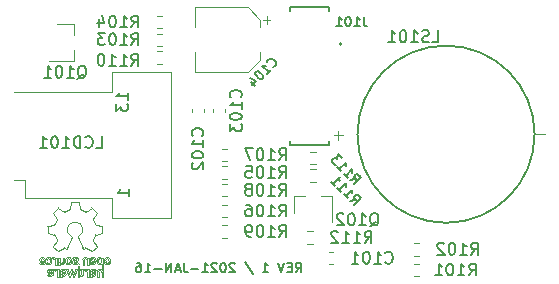
<source format=gbo>
%TF.GenerationSoftware,KiCad,Pcbnew,(5.1.8)-1*%
%TF.CreationDate,2021-01-16T15:49:20-05:00*%
%TF.ProjectId,uratt_fp,75726174-745f-4667-902e-6b696361645f,rev?*%
%TF.SameCoordinates,Original*%
%TF.FileFunction,Legend,Bot*%
%TF.FilePolarity,Positive*%
%FSLAX46Y46*%
G04 Gerber Fmt 4.6, Leading zero omitted, Abs format (unit mm)*
G04 Created by KiCad (PCBNEW (5.1.8)-1) date 2021-01-16 15:49:20*
%MOMM*%
%LPD*%
G01*
G04 APERTURE LIST*
%ADD10C,0.100000*%
%ADD11C,0.150000*%
%ADD12C,0.200000*%
%ADD13C,0.127000*%
%ADD14C,0.120000*%
%ADD15C,0.015000*%
G04 APERTURE END LIST*
D10*
X44410228Y-148005000D02*
G75*
G03*
X44352773Y-148088203I153671J-167553D01*
G01*
X49425554Y-148062740D02*
G75*
G03*
X49394721Y-148074145I21107J-104446D01*
G01*
X44493206Y-147951851D02*
G75*
G03*
X44410228Y-148004999I99834J-247212D01*
G01*
X44839274Y-148341620D02*
G75*
G03*
X44844874Y-148254033I-624373J83896D01*
G01*
X44570033Y-148569057D02*
G75*
G03*
X44664101Y-148553600I-213J295256D01*
G01*
X44345666Y-148469214D02*
G75*
G03*
X44394730Y-148515405I228359J193402D01*
G01*
X49504688Y-148440917D02*
G75*
G03*
X49535378Y-148429190I-21244J101615D01*
G01*
X44631141Y-148442424D02*
G75*
G03*
X44678478Y-148413697I-46856J130578D01*
G01*
X49504688Y-148062865D02*
G75*
G03*
X49465193Y-148058937I-37594J-177490D01*
G01*
X44678478Y-148413697D02*
G75*
G03*
X44709675Y-148365819I-81027J86900D01*
G01*
X49465193Y-148444826D02*
G75*
G03*
X49504688Y-148440917I1905J182219D01*
G01*
X44394730Y-148515405D02*
G75*
G03*
X44449522Y-148546104I145033J194610D01*
G01*
X44333622Y-148196079D02*
X44333622Y-148298791D01*
X44824180Y-148100718D02*
G75*
G03*
X44798327Y-148045068I-235226J-75451D01*
G01*
X44333622Y-148298791D02*
X44720068Y-148298791D01*
X44588964Y-147934135D02*
G75*
G03*
X44493206Y-147951850I-1894J-257421D01*
G01*
X44762117Y-148003421D02*
G75*
G03*
X44677431Y-147951455I-204901J-238926D01*
G01*
X49535378Y-148074646D02*
G75*
G03*
X49504688Y-148062865I-51976J-89533D01*
G01*
X49570344Y-148121770D02*
G75*
G03*
X49535378Y-148074646I-73936J-18327D01*
G01*
X44449522Y-148546104D02*
G75*
G03*
X44570032Y-148569057I119575J299976D01*
G01*
X49535378Y-148429190D02*
G75*
G03*
X49570345Y-148382281I-38634J65285D01*
G01*
X44755231Y-148507228D02*
G75*
G03*
X44794452Y-148468218I-90841J130554D01*
G01*
X49394721Y-148074144D02*
G75*
G03*
X49359468Y-148119761I36672J-64771D01*
G01*
X44822473Y-148413016D02*
G75*
G03*
X44839274Y-148341620I-348168J119608D01*
G01*
X44436045Y-148392035D02*
X44345667Y-148469213D01*
X44333622Y-148298791D02*
X44333622Y-148298791D01*
X49570344Y-148382281D02*
G75*
G03*
X49587702Y-148252313I-466404J128433D01*
G01*
X44664101Y-148553599D02*
G75*
G03*
X44755231Y-148507228I-117630J343903D01*
G01*
X44436045Y-148392034D02*
G75*
G03*
X44499669Y-148437008I148602J142736D01*
G01*
X49587703Y-148252313D02*
G75*
G03*
X49570345Y-148121770I-487993J1540D01*
G01*
X49465193Y-148058938D02*
G75*
G03*
X49425555Y-148062740I-1907J-188604D01*
G01*
X44794453Y-148468219D02*
G75*
G03*
X44822473Y-148413016I-182025J127108D01*
G01*
X44572328Y-148451999D02*
G75*
G03*
X44631141Y-148442423I2143J172238D01*
G01*
X44352774Y-148088202D02*
G75*
G03*
X44333622Y-148196079I268628J-103329D01*
G01*
X44839715Y-148170374D02*
G75*
G03*
X44824180Y-148100718I-384532J-49196D01*
G01*
X44709675Y-148365820D02*
G75*
G03*
X44720068Y-148298791I-186247J63199D01*
G01*
X44677431Y-147951456D02*
G75*
G03*
X44588963Y-147934135I-88778J-218853D01*
G01*
X44844874Y-148254033D02*
G75*
G03*
X44839715Y-148170374I-627480J3288D01*
G01*
X49465193Y-148444826D02*
X49465193Y-148444826D01*
X44798327Y-148045069D02*
G75*
G03*
X44762117Y-148003422I-152489J-96016D01*
G01*
X44499669Y-148437008D02*
G75*
G03*
X44572327Y-148451999I71591J163410D01*
G01*
X49359468Y-148119761D02*
G75*
G03*
X49341824Y-148252313I456552J-128222D01*
G01*
X46115164Y-149030324D02*
G75*
G03*
X46102090Y-149074525I191636J-80716D01*
G01*
X46225556Y-149083762D02*
G75*
G03*
X46218027Y-149119768I70765J-33586D01*
G01*
X45357778Y-149401366D02*
G75*
G03*
X45388975Y-149353488I-81027J86900D01*
G01*
X46413692Y-149049187D02*
G75*
G03*
X46381412Y-149041872I-54149J-164066D01*
G01*
X46102089Y-149074526D02*
G75*
G03*
X46097242Y-149126940I304247J-54569D01*
G01*
X46466061Y-148943823D02*
G75*
G03*
X46411085Y-148927163I-97016J-221108D01*
G01*
X46411086Y-148927163D02*
G75*
G03*
X46347994Y-148922376I-55793J-317172D01*
G01*
X45473752Y-149455886D02*
G75*
G03*
X45501773Y-149400684I-182024J127106D01*
G01*
X45343401Y-149541269D02*
G75*
G03*
X45434531Y-149494897I-117631J343904D01*
G01*
X46097242Y-149551848D02*
X46218027Y-149551848D01*
X46341971Y-149039434D02*
G75*
G03*
X46287528Y-149043595I-8075J-252614D01*
G01*
X46569696Y-149298150D02*
G75*
G03*
X46532476Y-149239120I-166131J-63501D01*
G01*
X46582109Y-149369664D02*
G75*
G03*
X46569696Y-149298151I-199651J2180D01*
G01*
X45249332Y-149556725D02*
G75*
G03*
X45343400Y-149541268I-212J295256D01*
G01*
X45128823Y-149533772D02*
G75*
G03*
X45249332Y-149556725I119574J299975D01*
G01*
X46456164Y-149087921D02*
G75*
G03*
X46413693Y-149049188I-77451J-42274D01*
G01*
X46218027Y-149551848D02*
X46218027Y-149551848D01*
X46386150Y-149185469D02*
X46218027Y-149185469D01*
X45178968Y-149424677D02*
G75*
G03*
X45251627Y-149439668I71591J163411D01*
G01*
X46532476Y-149239121D02*
G75*
G03*
X46471221Y-149199455I-113328J-107882D01*
G01*
X45524173Y-149241702D02*
G75*
G03*
X45519014Y-149158043I-627479J3288D01*
G01*
X45501773Y-149400685D02*
G75*
G03*
X45518574Y-149329289I-348168J119608D01*
G01*
X45012922Y-149286459D02*
X45399368Y-149286459D01*
X46218027Y-149185469D02*
X46218027Y-149119768D01*
X46287528Y-149043595D02*
G75*
G03*
X46248729Y-149058369I19703J-110077D01*
G01*
X45032074Y-149075871D02*
G75*
G03*
X45012922Y-149183748I268628J-103329D01*
G01*
X45477627Y-149032737D02*
G75*
G03*
X45441417Y-148991090I-152489J-96017D01*
G01*
X45519014Y-149158043D02*
G75*
G03*
X45503480Y-149088387I-384531J-49195D01*
G01*
X45074030Y-149503074D02*
G75*
G03*
X45128822Y-149533773I145033J194610D01*
G01*
X45115345Y-149379703D02*
X45024967Y-149456882D01*
X46097242Y-149126940D02*
X46097242Y-149551848D01*
X46456164Y-149087921D02*
X46551701Y-149012752D01*
X46551701Y-149012752D02*
G75*
G03*
X46466061Y-148943823I-172765J-126985D01*
G01*
X45356731Y-148939124D02*
G75*
G03*
X45268263Y-148921803I-88778J-218853D01*
G01*
X45434531Y-149494897D02*
G75*
G03*
X45473752Y-149455887I-90841J130554D01*
G01*
X45024966Y-149456883D02*
G75*
G03*
X45074030Y-149503074I228359J193402D01*
G01*
X45251628Y-149439668D02*
G75*
G03*
X45310441Y-149430092I2143J172238D01*
G01*
X45310441Y-149430093D02*
G75*
G03*
X45357778Y-149401366I-46856J130578D01*
G01*
X46248729Y-149058370D02*
G75*
G03*
X46225556Y-149083762I34191J-54471D01*
G01*
X46166100Y-148966559D02*
G75*
G03*
X46115164Y-149030324I84678J-119867D01*
G01*
X45089528Y-148992667D02*
G75*
G03*
X45032073Y-149075871I153671J-167555D01*
G01*
X45172506Y-148939520D02*
G75*
G03*
X45089528Y-148992668I99834J-247212D01*
G01*
X46471221Y-149199456D02*
G75*
G03*
X46386150Y-149185469I-83401J-241567D01*
G01*
X45268264Y-148921804D02*
G75*
G03*
X45172506Y-148939519I-1894J-257421D01*
G01*
X46381413Y-149041872D02*
G75*
G03*
X46341971Y-149039434I-37815J-291443D01*
G01*
X45441417Y-148991090D02*
G75*
G03*
X45356731Y-148939124I-204901J-238925D01*
G01*
X45503480Y-149088387D02*
G75*
G03*
X45477627Y-149032737I-235227J-75451D01*
G01*
X45518574Y-149329289D02*
G75*
G03*
X45524174Y-149241702I-624373J83896D01*
G01*
X45115345Y-149379703D02*
G75*
G03*
X45178969Y-149424677I148602J142736D01*
G01*
X45388975Y-149353488D02*
G75*
G03*
X45399368Y-149286459I-186247J63198D01*
G01*
X46245993Y-148932848D02*
G75*
G03*
X46166100Y-148966559I56674J-245842D01*
G01*
X46347994Y-148922376D02*
G75*
G03*
X46245993Y-148932848I-8945J-414878D01*
G01*
X48024302Y-148056607D02*
G75*
G03*
X48011688Y-148099813I190715J-79127D01*
G01*
X48074762Y-147989075D02*
G75*
G03*
X48024303Y-148056607I108156J-133431D01*
G01*
X46667379Y-148252313D02*
X46667379Y-148252313D01*
X48378156Y-147941307D02*
X48378156Y-148007583D01*
X48502963Y-148561884D02*
X48502963Y-147941307D01*
X46739542Y-148070342D02*
G75*
G03*
X46698080Y-148104556I42134J-93288D01*
G01*
X50023511Y-148433421D02*
G75*
G03*
X50082469Y-148444826I55728J129996D01*
G01*
X46898906Y-148104556D02*
G75*
G03*
X46857885Y-148070342I-81768J-56336D01*
G01*
X48254506Y-148058937D02*
G75*
G03*
X48206600Y-148067760I-1454J-126572D01*
G01*
X48214331Y-147934134D02*
G75*
G03*
X48143288Y-147947869I358J-192453D01*
G01*
X48502963Y-148561884D02*
X48502963Y-148561884D01*
X48378156Y-148561884D02*
X48502963Y-148561884D01*
X48378156Y-148192348D02*
X48378156Y-148561884D01*
X48369417Y-148136403D02*
G75*
G03*
X48343159Y-148094227I-106594J-37101D01*
G01*
X48303497Y-148067760D02*
G75*
G03*
X48254507Y-148058937I-47356J-122525D01*
G01*
X48502963Y-147941307D02*
X48378156Y-147941307D01*
X48206600Y-148067760D02*
G75*
G03*
X48167287Y-148094227I44156J-108018D01*
G01*
X49958239Y-148347280D02*
G75*
G03*
X49982053Y-148399209I152741J38619D01*
G01*
X48011688Y-148099813D02*
G75*
G03*
X48007483Y-148149313I273042J-48123D01*
G01*
X48143288Y-147947868D02*
G75*
G03*
X48074761Y-147989075I97424J-239603D01*
G01*
X48378156Y-148007583D02*
X48375861Y-148007583D01*
X46927752Y-148194285D02*
G75*
G03*
X46923015Y-148157060I-248705J-12737D01*
G01*
X46857885Y-148070341D02*
G75*
G03*
X46798502Y-148058937I-55968J-131119D01*
G01*
X48343159Y-148094227D02*
G75*
G03*
X48303497Y-148067760I-82707J-80988D01*
G01*
X46698080Y-148399209D02*
G75*
G03*
X46739542Y-148433422I83594J59075D01*
G01*
X46857884Y-148433421D02*
G75*
G03*
X46898905Y-148399209I-40744J90549D01*
G01*
X48007483Y-148149313D02*
X48007483Y-148561884D01*
X46669106Y-148309765D02*
G75*
G03*
X46674265Y-148347279I230170J12546D01*
G01*
X48132290Y-148561884D02*
X48132290Y-148192348D01*
X46674265Y-148347279D02*
G75*
G03*
X46698080Y-148399209I152742J38623D01*
G01*
X46798502Y-148444826D02*
G75*
G03*
X46857885Y-148433422I3415J142522D01*
G01*
X49953076Y-148309765D02*
G75*
G03*
X49958239Y-148347279I230173J12568D01*
G01*
X46667379Y-148252313D02*
X46669105Y-148194643D01*
X49953076Y-148309766D02*
X49951354Y-148252313D01*
X46669105Y-148309766D02*
X46667379Y-148252313D01*
X46929331Y-148250879D02*
X46927752Y-148309048D01*
X50082469Y-148444826D02*
G75*
G03*
X50141859Y-148433422I3419J142539D01*
G01*
X46567768Y-149444186D02*
G75*
G03*
X46582109Y-149369663I-173740J72074D01*
G01*
X46524728Y-149504221D02*
G75*
G03*
X46567768Y-149444186I-116458J128936D01*
G01*
X46459671Y-149544174D02*
G75*
G03*
X46524728Y-149504222I-54609J161870D01*
G01*
X46272544Y-149543527D02*
G75*
G03*
X46315291Y-149555147I70167J173688D01*
G01*
X46898906Y-148399209D02*
G75*
G03*
X46923015Y-148346991I-113148J83916D01*
G01*
X46698080Y-148104555D02*
G75*
G03*
X46674265Y-148157060I135106J-92937D01*
G01*
X49982053Y-148399209D02*
G75*
G03*
X50023511Y-148433422I83592J59068D01*
G01*
X50141859Y-148433422D02*
G75*
G03*
X50182887Y-148399209I-40741J90563D01*
G01*
X46220616Y-149497049D02*
G75*
G03*
X46272544Y-149543528I88857J47027D01*
G01*
X46739542Y-148433421D02*
G75*
G03*
X46798502Y-148444826I55729J130000D01*
G01*
X46369514Y-149559020D02*
G75*
G03*
X46459671Y-149544173I-1503J290280D01*
G01*
X48378157Y-148192348D02*
G75*
G03*
X48369416Y-148136403I-165932J2732D01*
G01*
X48141031Y-148136403D02*
G75*
G03*
X48132290Y-148192348I157190J-53213D01*
G01*
X48167288Y-148094228D02*
G75*
G03*
X48141030Y-148136403I80335J-79276D01*
G01*
X46923015Y-148346991D02*
G75*
G03*
X46927752Y-148309048I-250453J50538D01*
G01*
X46674265Y-148157060D02*
G75*
G03*
X46669105Y-148194643I225279J-50074D01*
G01*
X50182887Y-148399209D02*
G75*
G03*
X50206987Y-148346991I-113151J83894D01*
G01*
X46923014Y-148157060D02*
G75*
G03*
X46898905Y-148104556I-142485J-33640D01*
G01*
X46315291Y-149555147D02*
G75*
G03*
X46369514Y-149559020I51654J341654D01*
G01*
X46218027Y-149497049D02*
X46220617Y-149497049D01*
X46218027Y-149551848D02*
X46218027Y-149497049D01*
X48306361Y-147952498D02*
G75*
G03*
X48214331Y-147934135I-88082J-201655D01*
G01*
X49951354Y-148252313D02*
X49951354Y-148252313D01*
X48375861Y-148007583D02*
G75*
G03*
X48306361Y-147952497I-147289J-114443D01*
G01*
X46798502Y-148058937D02*
G75*
G03*
X46739542Y-148070342I-3231J-141406D01*
G01*
X46927752Y-148194285D02*
X46929331Y-148250879D01*
X48007483Y-148561884D02*
X48132290Y-148561884D01*
X44881526Y-148462040D02*
G75*
G03*
X44978220Y-148538931I257775J224920D01*
G01*
X48997621Y-149363637D02*
G75*
G03*
X48991598Y-149331810I-71347J2982D01*
G01*
X45037823Y-148561526D02*
G75*
G03*
X45104734Y-148569057I65460J280571D01*
G01*
X48818371Y-149437875D02*
G75*
G03*
X48883427Y-149441963I54787J352150D01*
G01*
X48987871Y-148134286D02*
G75*
G03*
X48959825Y-148088919I-116125J-40436D01*
G01*
X45299261Y-148008012D02*
G75*
G03*
X45207176Y-147952603I-205817J-237828D01*
G01*
X48747144Y-149333799D02*
G75*
G03*
X48754324Y-149391180I191654J-5160D01*
G01*
X48747145Y-149333798D02*
X48747145Y-149333798D01*
X45099869Y-148444826D02*
G75*
G03*
X45170544Y-148432794I3905J190643D01*
G01*
X45386205Y-148252313D02*
G75*
G03*
X45380770Y-148173136I-539887J2714D01*
G01*
X45104734Y-148569057D02*
G75*
G03*
X45207176Y-148550766I1331J288571D01*
G01*
X45251300Y-148167712D02*
G75*
G03*
X45221021Y-148107281I-154655J-39688D01*
G01*
X48935428Y-149435866D02*
G75*
G03*
X48970353Y-149417576I-20378J81401D01*
G01*
X48747145Y-149333798D02*
X48747145Y-149288182D01*
X50182887Y-148104556D02*
G75*
G03*
X50141859Y-148070342I-81770J-56350D01*
G01*
X48998558Y-148196079D02*
X48998558Y-148196079D01*
X45299261Y-148495895D02*
G75*
G03*
X45337307Y-148453236I-130693J154855D01*
G01*
X45170543Y-148071023D02*
G75*
G03*
X45099868Y-148058937I-66775J-177798D01*
G01*
X48775845Y-149423314D02*
G75*
G03*
X48818371Y-149437875I58590J101741D01*
G01*
X45031581Y-148075148D02*
G75*
G03*
X44973630Y-148123779I86442J-161850D01*
G01*
X44881526Y-148041723D02*
X44973630Y-148123779D01*
X48972079Y-149308625D02*
G75*
G03*
X48939083Y-149294082I-55299J-80765D01*
G01*
X45337308Y-148453236D02*
G75*
G03*
X45364465Y-148398419I-207022J136697D01*
G01*
X50141859Y-148070342D02*
G75*
G03*
X50082469Y-148058937I-55972J-131135D01*
G01*
X48747145Y-149288182D02*
X48892608Y-149288182D01*
X49982053Y-148104556D02*
G75*
G03*
X49958239Y-148157060I135106J-92931D01*
G01*
X44978220Y-147964546D02*
G75*
G03*
X44881526Y-148041723I164297J-305007D01*
G01*
X45337307Y-148050984D02*
G75*
G03*
X45299261Y-148008012I-171092J-113150D01*
G01*
X48991598Y-149331809D02*
G75*
G03*
X48972079Y-149308624I-53222J-24997D01*
G01*
X48970352Y-149417576D02*
G75*
G03*
X48990808Y-149392616I-50553J62292D01*
G01*
X45261399Y-148252313D02*
G75*
G03*
X45251300Y-148167712I-316952J5068D01*
G01*
X45364464Y-148398419D02*
G75*
G03*
X45380770Y-148331444I-334311J116862D01*
G01*
X50023510Y-148070342D02*
G75*
G03*
X49982053Y-148104556I42136J-93281D01*
G01*
X45221021Y-148107281D02*
G75*
G03*
X45170544Y-148071023I-95826J-80141D01*
G01*
X49958240Y-148157060D02*
G75*
G03*
X49953076Y-148194643I225276J-50096D01*
G01*
X49951354Y-148252313D02*
X49953076Y-148194643D01*
X45170544Y-148432795D02*
G75*
G03*
X45221021Y-148396699I-45137J116463D01*
G01*
X48754324Y-149391180D02*
G75*
G03*
X48763285Y-149410403I72873J22268D01*
G01*
X48763286Y-149410403D02*
G75*
G03*
X48775845Y-149423314I39289J25656D01*
G01*
X48998558Y-148196079D02*
G75*
G03*
X48987871Y-148134286I-198272J-2469D01*
G01*
X45251300Y-148336538D02*
G75*
G03*
X45261399Y-148252313I-304113J79183D01*
G01*
X45207176Y-148550767D02*
G75*
G03*
X45299261Y-148495896I-112927J294222D01*
G01*
X45207176Y-147952603D02*
G75*
G03*
X45104734Y-147934135I-101130J-267606D01*
G01*
X45037823Y-147941736D02*
G75*
G03*
X44978220Y-147964546I56384J-236615D01*
G01*
X50082469Y-148058938D02*
G75*
G03*
X50023511Y-148070342I-3230J-141401D01*
G01*
X50211720Y-148194285D02*
G75*
G03*
X50206987Y-148157060I-248703J-12713D01*
G01*
X45099868Y-148058937D02*
G75*
G03*
X45031580Y-148075147I-1107J-147281D01*
G01*
X48990808Y-149392616D02*
G75*
G03*
X48997621Y-149363637I-56539J28582D01*
G01*
X45364464Y-148106027D02*
G75*
G03*
X45337307Y-148050985I-236554J-82494D01*
G01*
X45380770Y-148173137D02*
G75*
G03*
X45364465Y-148106027I-352620J-50139D01*
G01*
X45031286Y-148428472D02*
G75*
G03*
X45099868Y-148444826I67357J130487D01*
G01*
X44978220Y-148538931D02*
G75*
G03*
X45037823Y-148561525I115784J215525D01*
G01*
X48939082Y-149294082D02*
G75*
G03*
X48892608Y-149288182I-49949J-207471D01*
G01*
X45104734Y-147934134D02*
G75*
G03*
X45037823Y-147941736I-1450J-285505D01*
G01*
X48883428Y-149441963D02*
G75*
G03*
X48935429Y-149435866I3585J194230D01*
G01*
X50211721Y-148194285D02*
X50213298Y-148250879D01*
X50206987Y-148346991D02*
G75*
G03*
X50211721Y-148309048I-250454J50513D01*
G01*
X50213298Y-148250879D02*
X50211721Y-148309048D01*
X50206987Y-148157060D02*
G75*
G03*
X50182887Y-148104556I-142481J-33617D01*
G01*
X44973630Y-148379413D02*
X44973630Y-148379413D01*
X44973629Y-148379413D02*
G75*
G03*
X45031286Y-148428473I143488J110221D01*
G01*
X45221021Y-148396698D02*
G75*
G03*
X45251300Y-148336537I-123380J99796D01*
G01*
X45380770Y-148331444D02*
G75*
G03*
X45386205Y-148252313I-533522J76398D01*
G01*
X44973630Y-148379413D02*
X44881526Y-148462041D01*
X48871088Y-149039434D02*
G75*
G03*
X48816645Y-149043595I-8075J-252614D01*
G01*
X48985281Y-149087921D02*
G75*
G03*
X48942810Y-149049188I-77450J-42274D01*
G01*
X49096885Y-149444186D02*
G75*
G03*
X49111226Y-149369663I-173740J72074D01*
G01*
X49061593Y-149239121D02*
G75*
G03*
X49000338Y-149199455I-113328J-107882D01*
G01*
X49111226Y-149369664D02*
G75*
G03*
X49098813Y-149298151I-199651J2180D01*
G01*
X48816645Y-149043595D02*
G75*
G03*
X48777846Y-149058369I19703J-110077D01*
G01*
X46733335Y-148562781D02*
G75*
G03*
X46798502Y-148569057I62315J305574D01*
G01*
X46916551Y-148543952D02*
G75*
G03*
X46956837Y-148517951I-161690J294736D01*
G01*
X48877111Y-148922376D02*
G75*
G03*
X48775110Y-148932848I-8945J-414878D01*
G01*
X48754674Y-149083762D02*
G75*
G03*
X48747145Y-149119768I70764J-33586D01*
G01*
X48747145Y-149551848D02*
X48747145Y-149551848D01*
X48626360Y-149126940D02*
X48626360Y-149551848D01*
X48644281Y-149030324D02*
G75*
G03*
X48631207Y-149074525I191636J-80716D01*
G01*
X48775110Y-148932848D02*
G75*
G03*
X48695217Y-148966559I56674J-245842D01*
G01*
X48940203Y-148927163D02*
G75*
G03*
X48877111Y-148922376I-55793J-317172D01*
G01*
X49098814Y-149298150D02*
G75*
G03*
X49061594Y-149239120I-166131J-63501D01*
G01*
X48910530Y-149041872D02*
G75*
G03*
X48871088Y-149039434I-37815J-291443D01*
G01*
X46547016Y-148163766D02*
G75*
G03*
X46543142Y-148250879I849468J-81423D01*
G01*
X48777846Y-149058370D02*
G75*
G03*
X48754673Y-149083762I34191J-54471D01*
G01*
X49000338Y-149199456D02*
G75*
G03*
X48915267Y-149185469I-83401J-241567D01*
G01*
X46681297Y-147959812D02*
G75*
G03*
X46640736Y-147986099I178736J-320231D01*
G01*
X46987282Y-148490157D02*
G75*
G03*
X47038787Y-148401647I-176223J161787D01*
G01*
X46864440Y-148562781D02*
G75*
G03*
X46916551Y-148543952I-36684J183060D01*
G01*
X48695217Y-148966559D02*
G75*
G03*
X48644281Y-149030324I84678J-119867D01*
G01*
X48844408Y-149555147D02*
G75*
G03*
X48898631Y-149559020I51655J341654D01*
G01*
X48747145Y-149497049D02*
X48749734Y-149497049D01*
X48942810Y-149049187D02*
G75*
G03*
X48910530Y-149041872I-54150J-164066D01*
G01*
X48988788Y-149544174D02*
G75*
G03*
X49053845Y-149504222I-54609J161870D01*
G01*
X48985281Y-149087921D02*
X49080819Y-149012752D01*
X48898631Y-149559020D02*
G75*
G03*
X48988788Y-149544173I-1503J290280D01*
G01*
X48749733Y-149497049D02*
G75*
G03*
X48801661Y-149543528I88857J47027D01*
G01*
X46543142Y-148250879D02*
G75*
G03*
X46547016Y-148339496I880326J-5904D01*
G01*
X46609998Y-148490157D02*
G75*
G03*
X46640736Y-148517951I160245J146324D01*
G01*
X46547017Y-148339496D02*
G75*
G03*
X46558640Y-148401647I316985J27118D01*
G01*
X48626360Y-149551848D02*
X48747145Y-149551848D01*
X49053845Y-149504221D02*
G75*
G03*
X49096885Y-149444186I-116458J128936D01*
G01*
X47050502Y-148339496D02*
G75*
G03*
X47054413Y-148250879I-868397J82722D01*
G01*
X48959825Y-148088918D02*
G75*
G03*
X48918367Y-148061054I-87239J-85025D01*
G01*
X48918367Y-148061054D02*
G75*
G03*
X48867442Y-148051765I-49292J-125995D01*
G01*
X48867443Y-148051765D02*
G75*
G03*
X48817197Y-148061054I-1544J-132184D01*
G01*
X48817197Y-148061055D02*
G75*
G03*
X48776062Y-148088919I46269J-112599D01*
G01*
X48747145Y-149551848D02*
X48747145Y-149497049D01*
X46558639Y-148102117D02*
G75*
G03*
X46547016Y-148163766I304358J-89304D01*
G01*
X46609999Y-148013607D02*
G75*
G03*
X46558640Y-148102117I174976J-160687D01*
G01*
X46681297Y-148543953D02*
G75*
G03*
X46733335Y-148562781I89632J166400D01*
G01*
X48776063Y-148088920D02*
G75*
G03*
X48747910Y-148134286I90036J-87290D01*
G01*
X48801661Y-149543527D02*
G75*
G03*
X48844408Y-149555147I70167J173688D01*
G01*
X48747910Y-148134286D02*
G75*
G03*
X48736613Y-148196079I191312J-66902D01*
G01*
X48631207Y-149074526D02*
G75*
G03*
X48626360Y-149126940I304246J-54569D01*
G01*
X49080818Y-149012752D02*
G75*
G03*
X48995178Y-148943823I-172765J-126985D01*
G01*
X47054413Y-148250879D02*
X47054413Y-148250879D01*
X46798502Y-147934134D02*
G75*
G03*
X46733335Y-147940554I-2843J-305120D01*
G01*
X46640736Y-148517951D02*
G75*
G03*
X46681298Y-148543952I203667J273082D01*
G01*
X48995179Y-148943823D02*
G75*
G03*
X48940203Y-148927163I-97017J-221108D01*
G01*
X46956838Y-148517951D02*
G75*
G03*
X46987282Y-148490157I-128393J171205D01*
G01*
X46733336Y-147940555D02*
G75*
G03*
X46681298Y-147959812I37924J-182413D01*
G01*
X48747145Y-149185469D02*
X48747145Y-149119768D01*
X46640736Y-147986099D02*
G75*
G03*
X46609998Y-148013607I136138J-183050D01*
G01*
X46864440Y-147940555D02*
G75*
G03*
X46798502Y-147934135I-62942J-304667D01*
G01*
X46558639Y-148401647D02*
G75*
G03*
X46609998Y-148490157I226336J72176D01*
G01*
X48915267Y-149185469D02*
X48747145Y-149185469D01*
X46798502Y-148569057D02*
G75*
G03*
X46864440Y-148562781I3004J317954D01*
G01*
X47038787Y-148401648D02*
G75*
G03*
X47050502Y-148339496I-302653J89228D01*
G01*
X48998558Y-148196079D02*
X48736613Y-148196079D01*
X48688700Y-148004999D02*
G75*
G03*
X48631247Y-148088203I153672J-167550D01*
G01*
X49033704Y-148507228D02*
G75*
G03*
X49072929Y-148468218I-90839J130564D01*
G01*
X48612095Y-148196079D02*
X48612095Y-148298791D01*
X49118189Y-148170374D02*
G75*
G03*
X49102669Y-148100718I-384525J-49116D01*
G01*
X48778143Y-148437008D02*
G75*
G03*
X48850801Y-148451999I71590J163410D01*
G01*
X49965268Y-147959812D02*
G75*
G03*
X49924707Y-147986099I178736J-320231D01*
G01*
X48955915Y-147951456D02*
G75*
G03*
X48867442Y-147934135I-88780J-218867D01*
G01*
X48867442Y-147934134D02*
G75*
G03*
X48771686Y-147951850I-1892J-257418D01*
G01*
X49965268Y-148543953D02*
G75*
G03*
X50017306Y-148562781I89632J166400D01*
G01*
X50200532Y-147959812D02*
G75*
G03*
X50148422Y-147940554I-89121J-161018D01*
G01*
X48612095Y-148298791D02*
X48612095Y-148298791D01*
X48909618Y-148442423D02*
G75*
G03*
X48956957Y-148413697I-46855J130582D01*
G01*
X49117758Y-148341620D02*
G75*
G03*
X49123362Y-148254033I-624371J83922D01*
G01*
X48624145Y-148469213D02*
G75*
G03*
X48673207Y-148515405I228358J193393D01*
G01*
X46956837Y-147986099D02*
G75*
G03*
X46916551Y-147959812I-217402J-289167D01*
G01*
X48714522Y-148392035D02*
X48624146Y-148469213D01*
X50334480Y-148163766D02*
G75*
G03*
X50322753Y-148102117I-313380J-27674D01*
G01*
X49893972Y-148490157D02*
G75*
G03*
X49924707Y-148517951I160243J146305D01*
G01*
X49102669Y-148100718D02*
G75*
G03*
X49076802Y-148045068I-235234J-75503D01*
G01*
X49830996Y-148339495D02*
G75*
G03*
X49842616Y-148401647I316985J27099D01*
G01*
X49827124Y-148250879D02*
G75*
G03*
X49830996Y-148339496I880323J-5923D01*
G01*
X48848506Y-148569057D02*
G75*
G03*
X48942576Y-148553600I-211J295262D01*
G01*
X50322753Y-148102117D02*
G75*
G03*
X50271254Y-148013607I-227725J-73264D01*
G01*
X46987281Y-148013607D02*
G75*
G03*
X46956837Y-147986099I-165330J-152376D01*
G01*
X48673207Y-148515405D02*
G75*
G03*
X48728005Y-148546104I145036J194631D01*
G01*
X47050502Y-148163765D02*
G75*
G03*
X47038787Y-148102117I-313374J-27613D01*
G01*
X49830997Y-148163766D02*
G75*
G03*
X49827124Y-148250879I849467J-81405D01*
G01*
X50017306Y-147940554D02*
G75*
G03*
X49965268Y-147959812I37925J-182414D01*
G01*
X48942576Y-148553599D02*
G75*
G03*
X49033705Y-148507228I-117631J343897D01*
G01*
X49100948Y-148413016D02*
G75*
G03*
X49117758Y-148341620I-348163J119654D01*
G01*
X50017306Y-148562781D02*
G75*
G03*
X50082469Y-148569057I62313J305557D01*
G01*
X50271254Y-148013607D02*
G75*
G03*
X50240806Y-147986099I-165332J-152397D01*
G01*
X47038788Y-148102117D02*
G75*
G03*
X46987282Y-148013607I-227729J-73278D01*
G01*
X49924706Y-148517951D02*
G75*
G03*
X49965268Y-148543952I203667J273082D01*
G01*
X47054413Y-148250879D02*
G75*
G03*
X47050502Y-148163766I-845573J5681D01*
G01*
X50338389Y-148250879D02*
X50338389Y-148250879D01*
X50200531Y-148543952D02*
G75*
G03*
X50240806Y-148517951I-161696J294655D01*
G01*
X49040591Y-148003421D02*
G75*
G03*
X48955916Y-147951455I-204896J-238891D01*
G01*
X49076802Y-148045068D02*
G75*
G03*
X49040590Y-148003422I-152490J-96023D01*
G01*
X48714523Y-148392034D02*
G75*
G03*
X48778143Y-148437008I148599J142727D01*
G01*
X50082469Y-148569057D02*
G75*
G03*
X50148422Y-148562781I3012J318025D01*
G01*
X50338389Y-148250879D02*
G75*
G03*
X50334480Y-148163766I-845571J5700D01*
G01*
X49924706Y-147986099D02*
G75*
G03*
X49893972Y-148013607I136140J-183030D01*
G01*
X49842616Y-148102118D02*
G75*
G03*
X49830996Y-148163766I304359J-89284D01*
G01*
X49842615Y-148401647D02*
G75*
G03*
X49893972Y-148490157I226335J72172D01*
G01*
X48988158Y-148365820D02*
G75*
G03*
X48998558Y-148298791I-186243J63220D01*
G01*
X48612095Y-148298791D02*
X48998558Y-148298791D01*
X49072930Y-148468219D02*
G75*
G03*
X49100948Y-148413016I-182026J127101D01*
G01*
X50082469Y-147934134D02*
G75*
G03*
X50017306Y-147940554I-2841J-305103D01*
G01*
X50148421Y-147940555D02*
G75*
G03*
X50082469Y-147934135I-62949J-304735D01*
G01*
X50271253Y-148490157D02*
G75*
G03*
X50322753Y-148401647I-176225J161774D01*
G01*
X48631247Y-148088202D02*
G75*
G03*
X48612095Y-148196079I268628J-103329D01*
G01*
X48728006Y-148546104D02*
G75*
G03*
X48848506Y-148569057I119569J299952D01*
G01*
X49893973Y-148013607D02*
G75*
G03*
X49842616Y-148102117I174977J-160682D01*
G01*
X49123363Y-148254033D02*
G75*
G03*
X49118188Y-148170374I-627488J3178D01*
G01*
X46916552Y-147959812D02*
G75*
G03*
X46864440Y-147940554I-89122J-161024D01*
G01*
X50334480Y-148339496D02*
G75*
G03*
X50338389Y-148250879I-868398J82702D01*
G01*
X50322753Y-148401647D02*
G75*
G03*
X50334480Y-148339496I-302646J89288D01*
G01*
X50240806Y-148517951D02*
G75*
G03*
X50271254Y-148490157I-128390J171225D01*
G01*
X48956958Y-148413697D02*
G75*
G03*
X48988158Y-148365819I-81026J86907D01*
G01*
X50148422Y-148562780D02*
G75*
G03*
X50200531Y-148543952I-36685J183053D01*
G01*
X48850801Y-148451999D02*
G75*
G03*
X48909618Y-148442423I2145J172248D01*
G01*
X50240805Y-147986099D02*
G75*
G03*
X50200531Y-147959812I-217396J-289080D01*
G01*
X48771686Y-147951850D02*
G75*
G03*
X48688699Y-148004999I99830J-247238D01*
G01*
X47806738Y-149046606D02*
X47806738Y-149046606D01*
X47806738Y-149046607D02*
G75*
G03*
X47767609Y-149050534I-1865J-178303D01*
G01*
X47846510Y-149428721D02*
G75*
G03*
X47877432Y-149417397I-21069J105414D01*
G01*
X47737128Y-149416787D02*
G75*
G03*
X47767609Y-149428568I51784J88660D01*
G01*
X47806738Y-149432494D02*
G75*
G03*
X47846510Y-149428720I1927J191109D01*
G01*
X45663266Y-149054281D02*
G75*
G03*
X45622227Y-149077305I58212J-151846D01*
G01*
X45661816Y-148921804D02*
G75*
G03*
X45595272Y-148933781I-50J-190563D01*
G01*
X47233514Y-149363637D02*
X47231219Y-149363637D01*
X47737128Y-149062315D02*
G75*
G03*
X47702167Y-149109439I39575J-65891D01*
G01*
X46856799Y-149363637D02*
X46738034Y-148928976D01*
X46999692Y-148928976D02*
X46859389Y-149363637D01*
X47090639Y-148928976D02*
X46999692Y-148928976D01*
X47231219Y-149363637D02*
X47090639Y-148928976D01*
X47767609Y-149428568D02*
G75*
G03*
X47806738Y-149432495I37262J174376D01*
G01*
X47352573Y-148928976D02*
X47233514Y-149363637D01*
X46914181Y-149549553D02*
X47044147Y-149115463D01*
X47767609Y-149050534D02*
G75*
G03*
X47737128Y-149062315I21303J-100440D01*
G01*
X47702167Y-149369664D02*
G75*
G03*
X47737128Y-149416787I74535J18768D01*
G01*
X45788201Y-149077449D02*
G75*
G03*
X45704856Y-149046606I-83292J-97046D01*
G01*
X45532143Y-148969715D02*
X45622227Y-149077305D01*
X47176133Y-149549553D02*
X47286305Y-149549553D01*
X47912742Y-149107001D02*
G75*
G03*
X47877432Y-149061705I-71370J-19225D01*
G01*
X45950448Y-149549553D02*
X45950448Y-149549553D01*
X47044147Y-149115463D02*
X47046460Y-149115463D01*
X47912742Y-149372102D02*
G75*
G03*
X47930388Y-149238548I-457503J128391D01*
G01*
X47930388Y-149238547D02*
G75*
G03*
X47912742Y-149107000I-467469J4250D01*
G01*
X47846510Y-149050381D02*
G75*
G03*
X47806738Y-149046606I-37847J-187335D01*
G01*
X45825641Y-148995251D02*
X45823346Y-148995251D01*
X45950448Y-149549553D02*
X45950448Y-148928976D01*
X45950448Y-148928976D02*
X45825641Y-148928976D01*
X47877431Y-149417397D02*
G75*
G03*
X47912742Y-149372102I-36059J64521D01*
G01*
X45825642Y-149176576D02*
G75*
G03*
X45816295Y-149117652I-166733J3757D01*
G01*
X46914181Y-149549553D02*
X46914181Y-149549553D01*
X46804303Y-149549553D02*
X46914181Y-149549553D01*
X46605773Y-148928976D02*
X46804303Y-149549553D01*
X46738034Y-148928976D02*
X46605773Y-148928976D01*
X46859389Y-149363637D02*
X46856799Y-149363637D01*
X45825641Y-149549553D02*
X45950448Y-149549553D01*
X45753846Y-148940166D02*
G75*
G03*
X45661816Y-148921803I-88082J-201656D01*
G01*
X47484559Y-148928976D02*
X47352573Y-148928976D01*
X47877432Y-149061705D02*
G75*
G03*
X47846510Y-149050381I-51991J-94090D01*
G01*
X47286305Y-149549553D02*
X47484559Y-148928976D01*
X47702166Y-149109440D02*
G75*
G03*
X47684521Y-149238548I457620J-128304D01*
G01*
X45825641Y-149176576D02*
X45825641Y-149549553D01*
X45823346Y-148995251D02*
G75*
G03*
X45753846Y-148940165I-147289J-114444D01*
G01*
X45704856Y-149046606D02*
G75*
G03*
X45663266Y-149054281I392J-118642D01*
G01*
X47684521Y-149238548D02*
G75*
G03*
X47702167Y-149369663I482681J-1784D01*
G01*
X45816295Y-149117652D02*
G75*
G03*
X45788201Y-149077449I-88301J-31787D01*
G01*
X45825641Y-148928976D02*
X45825641Y-148995251D01*
X45595272Y-148933781D02*
G75*
G03*
X45532143Y-148969715I83515J-220135D01*
G01*
X47046460Y-149115463D02*
X47176133Y-149549553D01*
X47661921Y-148458598D02*
X47574702Y-148372239D01*
X46429497Y-148353877D02*
X46429497Y-147941307D01*
X46218027Y-149333798D02*
X46218027Y-149288182D01*
X48126322Y-148933781D02*
G75*
G03*
X48063193Y-148969715I83515J-220135D01*
G01*
X46218027Y-149333798D02*
X46218027Y-149333798D01*
X46218027Y-149288182D02*
X46363491Y-149288182D01*
X45388680Y-149121955D02*
G75*
G03*
X45360642Y-149076588I-116120J-40419D01*
G01*
X48319251Y-149077449D02*
G75*
G03*
X48235906Y-149046606I-83292J-97046D01*
G01*
X46218027Y-149333799D02*
G75*
G03*
X46225207Y-149391180I191654J-5160D01*
G01*
X46225207Y-149391180D02*
G75*
G03*
X46234168Y-149410403I72873J22268D01*
G01*
X46234168Y-149410403D02*
G75*
G03*
X46246727Y-149423314I39289J25656D01*
G01*
X46246728Y-149423314D02*
G75*
G03*
X46289254Y-149437875I58590J101741D01*
G01*
X46289254Y-149437875D02*
G75*
G03*
X46354310Y-149441963I54787J352150D01*
G01*
X46354310Y-149441963D02*
G75*
G03*
X46406311Y-149435866I3585J194230D01*
G01*
X46406311Y-149435866D02*
G75*
G03*
X46441236Y-149417576I-20378J81401D01*
G01*
X46468504Y-149363637D02*
G75*
G03*
X46462481Y-149331810I-71347J2982D01*
G01*
X48356691Y-149176576D02*
X48356691Y-149549553D01*
X46462481Y-149331809D02*
G75*
G03*
X46442962Y-149308624I-53222J-24997D01*
G01*
X46442961Y-149308625D02*
G75*
G03*
X46409965Y-149294082I-55299J-80765D01*
G01*
X46409965Y-149294082D02*
G75*
G03*
X46363491Y-149288182I-49949J-207471D01*
G01*
X45399368Y-149183748D02*
X45399368Y-149183748D01*
X48192866Y-148921804D02*
G75*
G03*
X48126322Y-148933781I-50J-190563D01*
G01*
X45319181Y-149048723D02*
G75*
G03*
X45268263Y-149039434I-49289J-125976D01*
G01*
X45218025Y-149048723D02*
G75*
G03*
X45176876Y-149076588I46262J-112635D01*
G01*
X45176876Y-149076587D02*
G75*
G03*
X45148727Y-149121954I90039J-87283D01*
G01*
X45399368Y-149183748D02*
X45137434Y-149183748D01*
X48481498Y-149549553D02*
X48481498Y-149549553D01*
X48356691Y-149549553D02*
X48481498Y-149549553D01*
X48481498Y-148928976D02*
X48356691Y-148928976D01*
X45012922Y-149183748D02*
X45012922Y-149286459D01*
X48235906Y-149046606D02*
G75*
G03*
X48194316Y-149054281I392J-118642D01*
G01*
X48356691Y-148928976D02*
X48356691Y-148995251D01*
X48356692Y-149176575D02*
G75*
G03*
X48347345Y-149117652I-166732J3756D01*
G01*
X48194316Y-149054281D02*
G75*
G03*
X48153277Y-149077305I58212J-151846D01*
G01*
X45012922Y-149286459D02*
X45012922Y-149286459D01*
X48481498Y-149549553D02*
X48481498Y-148928976D01*
X46441235Y-149417576D02*
G75*
G03*
X46461691Y-149392616I-50554J62292D01*
G01*
X45399368Y-149183748D02*
G75*
G03*
X45388681Y-149121954I-198272J-2469D01*
G01*
X45148727Y-149121955D02*
G75*
G03*
X45137434Y-149183748I191314J-66890D01*
G01*
X48063193Y-148969715D02*
X48153277Y-149077305D01*
X48354396Y-148995251D02*
G75*
G03*
X48284896Y-148940165I-147289J-114444D01*
G01*
X48284896Y-148940166D02*
G75*
G03*
X48192866Y-148921803I-88082J-201656D01*
G01*
X45360642Y-149076587D02*
G75*
G03*
X45319181Y-149048723I-87240J-85034D01*
G01*
X48347345Y-149117652D02*
G75*
G03*
X48319251Y-149077449I-88301J-31787D01*
G01*
X48356691Y-148995251D02*
X48354396Y-148995251D01*
X46295951Y-148367720D02*
G75*
G03*
X46304691Y-148311415I-158764J53476D01*
G01*
X45268263Y-149039434D02*
G75*
G03*
X45218025Y-149048723I-1540J-132165D01*
G01*
X46461690Y-149392616D02*
G75*
G03*
X46468503Y-149363637I-56538J28582D01*
G01*
X46304691Y-147941307D02*
X46304691Y-148311415D01*
X46429497Y-147941307D02*
X46304691Y-147941307D01*
X48011015Y-149476679D02*
G75*
G03*
X48046307Y-149398640I-139704J110179D01*
G01*
X49394722Y-148429728D02*
G75*
G03*
X49425555Y-148441052I51878J93620D01*
G01*
X47943589Y-149534347D02*
G75*
G03*
X48011015Y-149476679I-94534J178781D01*
G01*
X45792321Y-148561884D02*
X45792321Y-148561884D01*
X45667514Y-148561884D02*
X45792321Y-148561884D01*
X48052973Y-149142219D02*
G75*
G03*
X48046307Y-149080462I-465661J-19020D01*
G01*
X48046306Y-149398640D02*
G75*
G03*
X48052972Y-149336094I-470827J81803D01*
G01*
X46362366Y-148514401D02*
G75*
G03*
X46412714Y-148446942I-107219J132543D01*
G01*
X47898254Y-149551131D02*
G75*
G03*
X47943590Y-149534347I-38104J172544D01*
G01*
X47684521Y-149549553D02*
X47684521Y-149484999D01*
X47898254Y-148927539D02*
G75*
G03*
X47844894Y-148921803I-51666J-229562D01*
G01*
X45667514Y-148188907D02*
X45667514Y-148561884D01*
X45630074Y-148089780D02*
G75*
G03*
X45546729Y-148058937I-83292J-97046D01*
G01*
X46221493Y-148569057D02*
G75*
G03*
X46293582Y-148555393I-137J197720D01*
G01*
X45792321Y-147941307D02*
X45667514Y-147941307D01*
X49341824Y-148252313D02*
G75*
G03*
X49359468Y-148384433I469646J-4519D01*
G01*
X47684521Y-149549553D02*
X47684521Y-149549553D01*
X48011015Y-149002424D02*
G75*
G03*
X47943590Y-148944756I-168023J-128202D01*
G01*
X48055194Y-149238548D02*
X48052972Y-149142219D01*
X45934018Y-148561884D02*
X46058824Y-148561884D01*
X46133135Y-148436075D02*
G75*
G03*
X46181041Y-148444826I46441J118736D01*
G01*
X46058824Y-147941307D02*
X45934018Y-147941307D01*
X46058824Y-148311415D02*
G75*
G03*
X46067564Y-148367720I167504J-2829D01*
G01*
X46061395Y-148496182D02*
G75*
G03*
X46130399Y-148550838I146627J114233D01*
G01*
X45667514Y-148007583D02*
X45665219Y-148007583D01*
X47757326Y-149538793D02*
G75*
G03*
X47844894Y-149556725I85365J194089D01*
G01*
X47844894Y-148921803D02*
G75*
G03*
X47758115Y-148942172I-2573J-184077D01*
G01*
X47943590Y-148944756D02*
G75*
G03*
X47898254Y-148927540I-83818J-152419D01*
G01*
X45374016Y-147982047D02*
X45464100Y-148089637D01*
X45437145Y-147946113D02*
G75*
G03*
X45374016Y-147982047I83515J-220134D01*
G01*
X48046307Y-149080461D02*
G75*
G03*
X48011015Y-149002423I-178783J-33853D01*
G01*
X45505139Y-148066613D02*
G75*
G03*
X45464100Y-148089637I58212J-151846D01*
G01*
X45792321Y-148561884D02*
X45792321Y-147941307D01*
X46058824Y-148311415D02*
X46058824Y-147941307D01*
X47559714Y-148678507D02*
X47559714Y-149549553D01*
X45503689Y-147934135D02*
G75*
G03*
X45437145Y-147946112I-50J-190563D01*
G01*
X46412714Y-148446942D02*
G75*
G03*
X46425311Y-148403610I-191635J79204D01*
G01*
X46130399Y-148550838D02*
G75*
G03*
X46221493Y-148569057I87237J199343D01*
G01*
X45934018Y-147941307D02*
X45934018Y-148561884D01*
X45658168Y-148129983D02*
G75*
G03*
X45630074Y-148089780I-88301J-31787D01*
G01*
X49359468Y-148384432D02*
G75*
G03*
X49394721Y-148429728I71441J19235D01*
G01*
X49425555Y-148441052D02*
G75*
G03*
X49465193Y-148444826I37723J186129D01*
G01*
X47559714Y-149549553D02*
X47684521Y-149549553D01*
X47684521Y-148678507D02*
X47559714Y-148678507D01*
X46181041Y-148444827D02*
G75*
G03*
X46230031Y-148436076I1645J132304D01*
G01*
X46425311Y-148403610D02*
G75*
G03*
X46429497Y-148353877I-276011J48277D01*
G01*
X46093822Y-148409824D02*
G75*
G03*
X46133135Y-148436076I83152J81961D01*
G01*
X45667514Y-147941307D02*
X45667514Y-148007583D01*
X48052972Y-149336094D02*
X48055194Y-149238548D01*
X46429497Y-148353877D02*
X46429497Y-148353877D01*
X46293582Y-148555393D02*
G75*
G03*
X46362366Y-148514401I-95081J237751D01*
G01*
X46058824Y-148561884D02*
X46058824Y-148496182D01*
X47684521Y-149484999D02*
G75*
G03*
X47757326Y-149538794I164344J146257D01*
G01*
X45595719Y-147952498D02*
G75*
G03*
X45503689Y-147934135I-88082J-201655D01*
G01*
X46058824Y-148496182D02*
X46061395Y-148496182D01*
X46067564Y-148367720D02*
G75*
G03*
X46093822Y-148409824I105333J36450D01*
G01*
X45665219Y-148007583D02*
G75*
G03*
X45595719Y-147952497I-147289J-114443D01*
G01*
X47758116Y-148942172D02*
G75*
G03*
X47684521Y-148995251I155788J-293564D01*
G01*
X47844894Y-149556726D02*
G75*
G03*
X47898254Y-149551131I1696J241085D01*
G01*
X47684521Y-148995251D02*
X47684521Y-148678507D01*
X46269693Y-148409824D02*
G75*
G03*
X46295951Y-148367720I-79075J78554D01*
G01*
X45667515Y-148188907D02*
G75*
G03*
X45658168Y-148129983I-166733J3757D01*
G01*
X45546729Y-148058938D02*
G75*
G03*
X45505139Y-148066613I392J-118641D01*
G01*
X46230031Y-148436076D02*
G75*
G03*
X46269693Y-148409824I-42736J107654D01*
G01*
X49261202Y-148489010D02*
G75*
G03*
X49329344Y-148546678I167767J129143D01*
G01*
X47993650Y-147175767D02*
G75*
G03*
X48032905Y-147192142I27774J11341D01*
G01*
X49578959Y-149124072D02*
G75*
G03*
X49552701Y-149081896I-106594J-37101D01*
G01*
X49427321Y-148569056D02*
G75*
G03*
X49514397Y-148549403I3077J189097D01*
G01*
X49350573Y-149124072D02*
G75*
G03*
X49341832Y-149180017I157190J-53213D01*
G01*
X49226201Y-148411258D02*
G75*
G03*
X49261202Y-148489010I180853J34661D01*
G01*
X49664628Y-145860920D02*
X49664628Y-145292836D01*
X49515903Y-148940166D02*
G75*
G03*
X49423873Y-148921803I-88082J-201656D01*
G01*
X49217020Y-148252313D02*
X49219315Y-148349143D01*
X49184849Y-147019213D02*
G75*
G03*
X49188482Y-146981189I-21214J21213D01*
G01*
X49513039Y-149055429D02*
G75*
G03*
X49464049Y-149046606I-47356J-122525D01*
G01*
X48274975Y-147106461D02*
X48745128Y-147424543D01*
X49587698Y-149549553D02*
X49712505Y-149549553D01*
X47615303Y-146173240D02*
G75*
G03*
X47600072Y-146211832I12543J-27252D01*
G01*
X49587698Y-149180017D02*
X49587698Y-149549553D01*
X49423873Y-148921803D02*
G75*
G03*
X49352830Y-148935538I358J-192453D01*
G01*
X49329343Y-148546677D02*
G75*
G03*
X49374422Y-148563462I83332J154882D01*
G01*
X49341832Y-149549553D02*
X49341832Y-149180017D01*
X49221230Y-149087482D02*
G75*
G03*
X49217025Y-149136982I273042J-48122D01*
G01*
X49219315Y-148349143D02*
G75*
G03*
X49226201Y-148411258I457185J19242D01*
G01*
X49585403Y-148995251D02*
G75*
G03*
X49515903Y-148940165I-147289J-114444D01*
G01*
X49712505Y-149549553D02*
X49712505Y-149549553D01*
X49217025Y-149549553D02*
X49341832Y-149549553D01*
X48274976Y-147106460D02*
G75*
G03*
X48246684Y-147103592I-16811J-24849D01*
G01*
X49374422Y-148563463D02*
G75*
G03*
X49427321Y-148569057I51252J231714D01*
G01*
X47600072Y-146211832D02*
X47993650Y-147175766D01*
X49284304Y-148976744D02*
G75*
G03*
X49233845Y-149044276I108157J-133431D01*
G01*
X49352830Y-148935537D02*
G75*
G03*
X49284303Y-148976744I97424J-239603D01*
G01*
X49514397Y-148549403D02*
G75*
G03*
X49587702Y-148496182I-140305J270344D01*
G01*
X49188483Y-144172567D02*
G75*
G03*
X49184848Y-144134543I-24848J16810D01*
G01*
X49217025Y-149136982D02*
X49217025Y-149549553D01*
X48870400Y-144642720D02*
X49188482Y-144172567D01*
X48870401Y-144642720D02*
G75*
G03*
X48867531Y-144671011I24847J-16811D01*
G01*
X49188482Y-146981189D02*
X48870400Y-146511036D01*
X48867531Y-146482744D02*
G75*
G03*
X48870400Y-146511036I27717J-11481D01*
G01*
X49587699Y-149180017D02*
G75*
G03*
X49578958Y-149124072I-165932J2732D01*
G01*
X49060912Y-145137873D02*
X48867531Y-144671011D01*
X49060912Y-145137873D02*
G75*
G03*
X49082945Y-145155849I27716J11481D01*
G01*
X49640311Y-145263380D02*
X49082945Y-145155849D01*
X49664627Y-145292836D02*
G75*
G03*
X49640311Y-145263380I-29999J0D01*
G01*
X49416142Y-149055429D02*
G75*
G03*
X49376829Y-149081896I44156J-108017D01*
G01*
X49376830Y-149081897D02*
G75*
G03*
X49350572Y-149124072I80335J-79276D01*
G01*
X48032905Y-147192142D02*
X48246684Y-147103592D01*
X49640311Y-145890377D02*
G75*
G03*
X49664628Y-145860920I-5683J29457D01*
G01*
X49587702Y-148496182D02*
X49587698Y-148995251D01*
X49233844Y-149044276D02*
G75*
G03*
X49221230Y-149087482I190715J-79127D01*
G01*
X47615303Y-146173240D02*
G75*
G03*
X47066332Y-146173240I-274486J596362D01*
G01*
X48745128Y-147424542D02*
G75*
G03*
X48783152Y-147420909I16811J24847D01*
G01*
X49587698Y-148995251D02*
X49585403Y-148995251D01*
X49082945Y-145997907D02*
X49640311Y-145890377D01*
X49082945Y-145997908D02*
G75*
G03*
X49060912Y-146015884I5683J-29456D01*
G01*
X49552701Y-149081896D02*
G75*
G03*
X49513039Y-149055429I-82707J-80988D01*
G01*
X49464048Y-149046606D02*
G75*
G03*
X49416142Y-149055429I-1454J-126572D01*
G01*
X49219315Y-148154908D02*
X49217020Y-148252313D01*
X49226201Y-148092793D02*
G75*
G03*
X49219315Y-148154908I446606J-80948D01*
G01*
X48867531Y-146482745D02*
X49060912Y-146015884D01*
X48783152Y-147420909D02*
X49184848Y-147019213D01*
X49587702Y-148006433D02*
G75*
G03*
X49515042Y-147952208I-164260J-144311D01*
G01*
X47332562Y-148311415D02*
X47442440Y-148301086D01*
X47496388Y-148126647D02*
G75*
G03*
X47472995Y-148072995I-69328J1697D01*
G01*
X49587702Y-147941307D02*
X49587702Y-148006433D01*
X44720068Y-148196079D02*
X44458134Y-148196079D01*
X47388787Y-148569057D02*
G75*
G03*
X47534544Y-148541442I2545J385045D01*
G01*
X47414329Y-148185175D02*
G75*
G03*
X47454174Y-148178255I-9477J172724D01*
G01*
X47608488Y-148196760D02*
G75*
G03*
X47621176Y-148125499I-175259J67965D01*
G01*
X49712505Y-147941307D02*
X49587702Y-147941307D01*
X47513024Y-148285557D02*
G75*
G03*
X47570405Y-148250447I-70656J179920D01*
G01*
X47621175Y-148125499D02*
G75*
G03*
X47604613Y-148042584I-195109J4138D01*
G01*
X47275529Y-148329920D02*
G75*
G03*
X47261281Y-148348104I29994J-38177D01*
G01*
X49712505Y-149549553D02*
X49712505Y-147941307D01*
X44720068Y-148196079D02*
G75*
G03*
X44709381Y-148134286I-198272J-2469D01*
G01*
X44709381Y-148134286D02*
G75*
G03*
X44681342Y-148088919I-116121J-40420D01*
G01*
X44497576Y-148088919D02*
G75*
G03*
X44469427Y-148134286I90039J-87283D01*
G01*
X47661921Y-148458598D02*
X47661921Y-148458598D01*
X47228872Y-148210532D02*
G75*
G03*
X47173474Y-148251881I52813J-128541D01*
G01*
X47472995Y-148072995D02*
G75*
G03*
X47440549Y-148057074I-48376J-57563D01*
G01*
X47256525Y-148372239D02*
G75*
G03*
X47265211Y-148406955I67775J-1488D01*
G01*
X47291248Y-148431915D02*
G75*
G03*
X47330543Y-148446978I69394J122245D01*
G01*
X47485040Y-148432059D02*
G75*
G03*
X47574702Y-148372239I-106248J256354D01*
G01*
X47330543Y-148446978D02*
G75*
G03*
X47379037Y-148451999I46522J212636D01*
G01*
X44681342Y-148088918D02*
G75*
G03*
X44639881Y-148061054I-87240J-85034D01*
G01*
X44588963Y-148051765D02*
G75*
G03*
X44538725Y-148061054I-1540J-132165D01*
G01*
X47289412Y-148556648D02*
G75*
G03*
X47388787Y-148569057I96042J365022D01*
G01*
X47250649Y-147957087D02*
G75*
G03*
X47146647Y-148018484I136475J-349964D01*
G01*
X47379036Y-148451999D02*
G75*
G03*
X47485040Y-148432059I2560J278131D01*
G01*
X47150412Y-148459315D02*
G75*
G03*
X47206471Y-148519422I144726J78785D01*
G01*
X47480523Y-147946256D02*
G75*
G03*
X47389944Y-147934135I-87337J-308161D01*
G01*
X47299290Y-148317690D02*
G75*
G03*
X47275530Y-148329920I21637J-71236D01*
G01*
X47173474Y-148251882D02*
G75*
G03*
X47142167Y-148309944I147875J-117205D01*
G01*
X47142167Y-148309943D02*
G75*
G03*
X47131719Y-148378263I206132J-66483D01*
G01*
X47261281Y-148348104D02*
G75*
G03*
X47256525Y-148372239I53565J-23091D01*
G01*
X47266826Y-148198545D02*
G75*
G03*
X47228872Y-148210532I43757J-204632D01*
G01*
X47454174Y-148178255D02*
G75*
G03*
X47479018Y-148164375I-16478J58668D01*
G01*
X47604614Y-148042584D02*
G75*
G03*
X47554908Y-147982621I-139199J-64805D01*
G01*
X47146647Y-148018484D02*
X47223823Y-148109433D01*
X47311611Y-148192347D02*
G75*
G03*
X47266826Y-148198545I19489J-305759D01*
G01*
X47389944Y-147934135D02*
G75*
G03*
X47314513Y-147939871I-2598J-464663D01*
G01*
X47554908Y-147982621D02*
G75*
G03*
X47480523Y-147946255I-140568J-193267D01*
G01*
X47442441Y-148301086D02*
G75*
G03*
X47513024Y-148285557I-15471J238495D01*
G01*
X47332562Y-148311415D02*
G75*
G03*
X47299290Y-148317691I11082J-150078D01*
G01*
X47479018Y-148164375D02*
G75*
G03*
X47492036Y-148146265I-43956J45331D01*
G01*
X47314513Y-147939870D02*
G75*
G03*
X47250650Y-147957087I48614J-307392D01*
G01*
X44720068Y-148196079D02*
X44720068Y-148196079D01*
X47265210Y-148406954D02*
G75*
G03*
X47291248Y-148431915I59370J35869D01*
G01*
X49261203Y-148014755D02*
G75*
G03*
X49226201Y-148092793I150079J-114182D01*
G01*
X49329343Y-147957088D02*
G75*
G03*
X49261202Y-148014755I106202J-194582D01*
G01*
X44639881Y-148061054D02*
G75*
G03*
X44588963Y-148051765I-49289J-125976D01*
G01*
X47570405Y-148250447D02*
G75*
G03*
X47608488Y-148196760I-93836J106913D01*
G01*
X47389944Y-148051766D02*
G75*
G03*
X47300282Y-148067975I-3969J-234126D01*
G01*
X47206471Y-148519422D02*
G75*
G03*
X47289412Y-148556648I155952J236458D01*
G01*
X47492036Y-148146265D02*
G75*
G03*
X47496388Y-148126647I-42079J19626D01*
G01*
X44469427Y-148134285D02*
G75*
G03*
X44458134Y-148196079I191315J-66892D01*
G01*
X47440550Y-148057073D02*
G75*
G03*
X47389944Y-148051765I-46766J-201944D01*
G01*
X49374423Y-147939871D02*
G75*
G03*
X49329344Y-147957087I38634J-168784D01*
G01*
X47414328Y-148185176D02*
X47311611Y-148192348D01*
X47300282Y-148067975D02*
G75*
G03*
X47223823Y-148109433I159164J-384776D01*
G01*
X47131720Y-148378263D02*
G75*
G03*
X47150412Y-148459315I170580J-3341D01*
G01*
X49427321Y-147934135D02*
G75*
G03*
X49374422Y-147939871I-1644J-231614D01*
G01*
X47534544Y-148541442D02*
G75*
G03*
X47661921Y-148458598I-157819J382002D01*
G01*
X44538725Y-148061054D02*
G75*
G03*
X44497576Y-148088919I46262J-112635D01*
G01*
X49515041Y-147952209D02*
G75*
G03*
X49427321Y-147934135I-85461J-192875D01*
G01*
X47027319Y-143277384D02*
X46919788Y-143834750D01*
X45017006Y-145860920D02*
G75*
G03*
X45041323Y-145890377I30000J0D01*
G01*
X46406660Y-144047295D02*
X45936507Y-143729213D01*
X45620723Y-146015884D02*
X45814103Y-146482745D01*
X45493153Y-144172567D02*
X45811235Y-144642720D01*
X47056776Y-143253067D02*
G75*
G03*
X47027319Y-143277384I0J-30000D01*
G01*
X45811235Y-146511036D02*
X45493153Y-146981189D01*
X45620723Y-146015883D02*
G75*
G03*
X45598690Y-145997907I-27716J-11481D01*
G01*
X46687984Y-147175766D02*
X47081563Y-146211832D01*
X46434951Y-147103593D02*
G75*
G03*
X46406660Y-147106461I-11481J-27716D01*
G01*
X48246684Y-144050164D02*
X47779823Y-143856784D01*
X47081563Y-146211832D02*
G75*
G03*
X47066332Y-146173240I-27774J11340D01*
G01*
X48783153Y-143732847D02*
G75*
G03*
X48745128Y-143729213I-21214J-21214D01*
G01*
X46434951Y-147103592D02*
X46648730Y-147192142D01*
X45814104Y-144671012D02*
G75*
G03*
X45811235Y-144642720I-27717J11481D01*
G01*
X45598690Y-145155849D02*
X45041323Y-145263380D01*
X45814103Y-144671011D02*
X45620723Y-145137873D01*
X45936507Y-147424543D02*
X46406660Y-147106461D01*
X45496787Y-147019213D02*
X45898483Y-147420909D01*
X46406660Y-144047296D02*
G75*
G03*
X46434951Y-144050164I16810J24848D01*
G01*
X47761846Y-143834751D02*
G75*
G03*
X47779823Y-143856784I29457J5684D01*
G01*
X45017006Y-145292836D02*
X45017006Y-145860920D01*
X45496788Y-144134544D02*
G75*
G03*
X45493153Y-144172567I21212J-21213D01*
G01*
X45898483Y-143732848D02*
X45496787Y-144134543D01*
X48745128Y-143729213D02*
X48274975Y-144047295D01*
X49184848Y-144134543D02*
X48783152Y-143732848D01*
X46901812Y-143856784D02*
X46434951Y-144050164D01*
X48246685Y-144050163D02*
G75*
G03*
X48274975Y-144047295I11480J27715D01*
G01*
X46648730Y-147192142D02*
G75*
G03*
X46687984Y-147175766I11480J27716D01*
G01*
X45898482Y-147420909D02*
G75*
G03*
X45936507Y-147424543I21214J21214D01*
G01*
X47654316Y-143277384D02*
G75*
G03*
X47624859Y-143253067I-29457J-5683D01*
G01*
X45041323Y-145263379D02*
G75*
G03*
X45017006Y-145292836I5683J-29457D01*
G01*
X46901812Y-143856783D02*
G75*
G03*
X46919788Y-143834750I-11480J27716D01*
G01*
X45811234Y-146511035D02*
G75*
G03*
X45814103Y-146482745I-24847J16810D01*
G01*
X47624859Y-143253067D02*
X47056776Y-143253067D01*
X45936507Y-143729213D02*
G75*
G03*
X45898483Y-143732848I-16811J-24848D01*
G01*
X47761846Y-143834750D02*
X47654316Y-143277384D01*
X45598689Y-145155849D02*
G75*
G03*
X45620723Y-145137873I-5682J29457D01*
G01*
X45041323Y-145890377D02*
X45598690Y-145997907D01*
X45493152Y-146981189D02*
G75*
G03*
X45496787Y-147019213I24848J-16811D01*
G01*
D11*
X66014285Y-149186904D02*
X66280952Y-148805952D01*
X66471428Y-149186904D02*
X66471428Y-148386904D01*
X66166666Y-148386904D01*
X66090476Y-148425000D01*
X66052380Y-148463095D01*
X66014285Y-148539285D01*
X66014285Y-148653571D01*
X66052380Y-148729761D01*
X66090476Y-148767857D01*
X66166666Y-148805952D01*
X66471428Y-148805952D01*
X65671428Y-148767857D02*
X65404761Y-148767857D01*
X65290476Y-149186904D02*
X65671428Y-149186904D01*
X65671428Y-148386904D01*
X65290476Y-148386904D01*
X65061904Y-148386904D02*
X64795238Y-149186904D01*
X64528571Y-148386904D01*
X63233333Y-149186904D02*
X63690476Y-149186904D01*
X63461904Y-149186904D02*
X63461904Y-148386904D01*
X63538095Y-148501190D01*
X63614285Y-148577380D01*
X63690476Y-148615476D01*
X61709523Y-148348809D02*
X62395238Y-149377380D01*
X60871428Y-148463095D02*
X60833333Y-148425000D01*
X60757142Y-148386904D01*
X60566666Y-148386904D01*
X60490476Y-148425000D01*
X60452380Y-148463095D01*
X60414285Y-148539285D01*
X60414285Y-148615476D01*
X60452380Y-148729761D01*
X60909523Y-149186904D01*
X60414285Y-149186904D01*
X59919047Y-148386904D02*
X59842857Y-148386904D01*
X59766666Y-148425000D01*
X59728571Y-148463095D01*
X59690476Y-148539285D01*
X59652380Y-148691666D01*
X59652380Y-148882142D01*
X59690476Y-149034523D01*
X59728571Y-149110714D01*
X59766666Y-149148809D01*
X59842857Y-149186904D01*
X59919047Y-149186904D01*
X59995238Y-149148809D01*
X60033333Y-149110714D01*
X60071428Y-149034523D01*
X60109523Y-148882142D01*
X60109523Y-148691666D01*
X60071428Y-148539285D01*
X60033333Y-148463095D01*
X59995238Y-148425000D01*
X59919047Y-148386904D01*
X59347619Y-148463095D02*
X59309523Y-148425000D01*
X59233333Y-148386904D01*
X59042857Y-148386904D01*
X58966666Y-148425000D01*
X58928571Y-148463095D01*
X58890476Y-148539285D01*
X58890476Y-148615476D01*
X58928571Y-148729761D01*
X59385714Y-149186904D01*
X58890476Y-149186904D01*
X58128571Y-149186904D02*
X58585714Y-149186904D01*
X58357142Y-149186904D02*
X58357142Y-148386904D01*
X58433333Y-148501190D01*
X58509523Y-148577380D01*
X58585714Y-148615476D01*
X57785714Y-148882142D02*
X57176190Y-148882142D01*
X56566666Y-148386904D02*
X56566666Y-148958333D01*
X56604761Y-149072619D01*
X56680952Y-149148809D01*
X56795238Y-149186904D01*
X56871428Y-149186904D01*
X56223809Y-148958333D02*
X55842857Y-148958333D01*
X56300000Y-149186904D02*
X56033333Y-148386904D01*
X55766666Y-149186904D01*
X55500000Y-149186904D02*
X55500000Y-148386904D01*
X55042857Y-149186904D01*
X55042857Y-148386904D01*
X54661904Y-148882142D02*
X54052380Y-148882142D01*
X53252380Y-149186904D02*
X53709523Y-149186904D01*
X53480952Y-149186904D02*
X53480952Y-148386904D01*
X53557142Y-148501190D01*
X53633333Y-148577380D01*
X53709523Y-148615476D01*
X52566666Y-148386904D02*
X52719047Y-148386904D01*
X52795238Y-148425000D01*
X52833333Y-148463095D01*
X52909523Y-148577380D01*
X52947619Y-148729761D01*
X52947619Y-149034523D01*
X52909523Y-149110714D01*
X52871428Y-149148809D01*
X52795238Y-149186904D01*
X52642857Y-149186904D01*
X52566666Y-149148809D01*
X52528571Y-149110714D01*
X52490476Y-149034523D01*
X52490476Y-148844047D01*
X52528571Y-148767857D01*
X52566666Y-148729761D01*
X52642857Y-148691666D01*
X52795238Y-148691666D01*
X52871428Y-148729761D01*
X52909523Y-148767857D01*
X52947619Y-148844047D01*
D12*
%TO.C,J101*%
X69915000Y-129848000D02*
G75*
G03*
X69915000Y-129848000I-100000J0D01*
G01*
D13*
X65500000Y-127102000D02*
X65500000Y-126752000D01*
X65500000Y-126752000D02*
X68800000Y-126752000D01*
X68800000Y-126752000D02*
X68800000Y-127102000D01*
X65500000Y-138102000D02*
X65500000Y-138452000D01*
X65500000Y-138452000D02*
X68800000Y-138452000D01*
X68800000Y-138452000D02*
X68800000Y-138102000D01*
%TO.C,LS101*%
X86250000Y-137500000D02*
G75*
G03*
X86250000Y-137500000I-7500000J0D01*
G01*
D14*
%TO.C,C104*%
X63562500Y-127502500D02*
X63562500Y-128127500D01*
X63875000Y-127815000D02*
X63250000Y-127815000D01*
X63010000Y-131195563D02*
X61945563Y-132260000D01*
X63010000Y-127804437D02*
X61945563Y-126740000D01*
X63010000Y-127804437D02*
X63010000Y-128440000D01*
X63010000Y-131195563D02*
X63010000Y-130560000D01*
X61945563Y-132260000D02*
X57490000Y-132260000D01*
X61945563Y-126740000D02*
X57490000Y-126740000D01*
X57490000Y-126740000D02*
X57490000Y-128440000D01*
X57490000Y-132260000D02*
X57490000Y-130560000D01*
D10*
%TO.C,LCD101*%
X55464000Y-144603000D02*
X50464000Y-144603000D01*
X50464000Y-144603000D02*
X50464000Y-142903000D01*
X50464000Y-132203000D02*
X50464000Y-133903000D01*
X55464000Y-132203000D02*
X50464000Y-132203000D01*
X50464000Y-133903000D02*
X43084000Y-133903000D01*
X50464000Y-142903000D02*
X43084000Y-142903000D01*
X43084000Y-141353000D02*
X42164000Y-141353000D01*
X43084000Y-142903000D02*
X43084000Y-141353000D01*
X43084000Y-133903000D02*
X42164000Y-133903000D01*
X55464000Y-144603000D02*
X55464000Y-132203000D01*
D14*
%TO.C,R113*%
X67262742Y-138977500D02*
X67737258Y-138977500D01*
X67262742Y-140022500D02*
X67737258Y-140022500D01*
%TO.C,R112*%
X67487258Y-146772500D02*
X67012742Y-146772500D01*
X67487258Y-145727500D02*
X67012742Y-145727500D01*
%TO.C,R111*%
X67262742Y-140477500D02*
X67737258Y-140477500D01*
X67262742Y-141522500D02*
X67737258Y-141522500D01*
%TO.C,R110*%
X54262742Y-130477500D02*
X54737258Y-130477500D01*
X54262742Y-131522500D02*
X54737258Y-131522500D01*
%TO.C,R109*%
X59762742Y-145227500D02*
X60237258Y-145227500D01*
X59762742Y-146272500D02*
X60237258Y-146272500D01*
%TO.C,R108*%
X59762742Y-141727500D02*
X60237258Y-141727500D01*
X59762742Y-142772500D02*
X60237258Y-142772500D01*
%TO.C,R107*%
X59762742Y-138727500D02*
X60237258Y-138727500D01*
X59762742Y-139772500D02*
X60237258Y-139772500D01*
%TO.C,R106*%
X59762742Y-143477500D02*
X60237258Y-143477500D01*
X59762742Y-144522500D02*
X60237258Y-144522500D01*
%TO.C,R105*%
X59762742Y-140227500D02*
X60237258Y-140227500D01*
X59762742Y-141272500D02*
X60237258Y-141272500D01*
%TO.C,R104*%
X54737258Y-128522500D02*
X54262742Y-128522500D01*
X54737258Y-127477500D02*
X54262742Y-127477500D01*
%TO.C,R103*%
X54262742Y-128977500D02*
X54737258Y-128977500D01*
X54262742Y-130022500D02*
X54737258Y-130022500D01*
%TO.C,R102*%
X76487258Y-147772500D02*
X76012742Y-147772500D01*
X76487258Y-146727500D02*
X76012742Y-146727500D01*
%TO.C,R101*%
X76012742Y-148477500D02*
X76487258Y-148477500D01*
X76012742Y-149522500D02*
X76487258Y-149522500D01*
%TO.C,Q102*%
X65920000Y-142740000D02*
X65920000Y-144200000D01*
X69080000Y-142740000D02*
X69080000Y-144900000D01*
X69080000Y-142740000D02*
X68150000Y-142740000D01*
X65920000Y-142740000D02*
X66850000Y-142740000D01*
%TO.C,Q101*%
X47260000Y-128170000D02*
X45800000Y-128170000D01*
X47260000Y-131330000D02*
X45100000Y-131330000D01*
X47260000Y-131330000D02*
X47260000Y-130400000D01*
X47260000Y-128170000D02*
X47260000Y-129100000D01*
%TO.C,C103*%
X58990000Y-135640580D02*
X58990000Y-135359420D01*
X60010000Y-135640580D02*
X60010000Y-135359420D01*
%TO.C,C102*%
X57240000Y-135640580D02*
X57240000Y-135359420D01*
X58260000Y-135640580D02*
X58260000Y-135359420D01*
%TO.C,C101*%
X69140580Y-148510000D02*
X68859420Y-148510000D01*
X69140580Y-147490000D02*
X68859420Y-147490000D01*
%TO.C,J101*%
D11*
X71778571Y-127561904D02*
X71778571Y-128133333D01*
X71816666Y-128247619D01*
X71892857Y-128323809D01*
X72007142Y-128361904D01*
X72083333Y-128361904D01*
X70978571Y-128361904D02*
X71435714Y-128361904D01*
X71207142Y-128361904D02*
X71207142Y-127561904D01*
X71283333Y-127676190D01*
X71359523Y-127752380D01*
X71435714Y-127790476D01*
X70483333Y-127561904D02*
X70407142Y-127561904D01*
X70330952Y-127600000D01*
X70292857Y-127638095D01*
X70254761Y-127714285D01*
X70216666Y-127866666D01*
X70216666Y-128057142D01*
X70254761Y-128209523D01*
X70292857Y-128285714D01*
X70330952Y-128323809D01*
X70407142Y-128361904D01*
X70483333Y-128361904D01*
X70559523Y-128323809D01*
X70597619Y-128285714D01*
X70635714Y-128209523D01*
X70673809Y-128057142D01*
X70673809Y-127866666D01*
X70635714Y-127714285D01*
X70597619Y-127638095D01*
X70559523Y-127600000D01*
X70483333Y-127561904D01*
X69454761Y-128361904D02*
X69911904Y-128361904D01*
X69683333Y-128361904D02*
X69683333Y-127561904D01*
X69759523Y-127676190D01*
X69835714Y-127752380D01*
X69911904Y-127790476D01*
%TO.C,LS101*%
X77599861Y-129703691D02*
X78077431Y-129703691D01*
X78077431Y-128700793D01*
X77313318Y-129655934D02*
X77170047Y-129703691D01*
X76931262Y-129703691D01*
X76835748Y-129655934D01*
X76787991Y-129608177D01*
X76740234Y-129512663D01*
X76740234Y-129417149D01*
X76787991Y-129321635D01*
X76835748Y-129273878D01*
X76931262Y-129226121D01*
X77122290Y-129178364D01*
X77217804Y-129130607D01*
X77265561Y-129082850D01*
X77313318Y-128987336D01*
X77313318Y-128891822D01*
X77265561Y-128796308D01*
X77217804Y-128748551D01*
X77122290Y-128700793D01*
X76883505Y-128700793D01*
X76740234Y-128748551D01*
X75785093Y-129703691D02*
X76358177Y-129703691D01*
X76071635Y-129703691D02*
X76071635Y-128700793D01*
X76167149Y-128844065D01*
X76262663Y-128939579D01*
X76358177Y-128987336D01*
X75164251Y-128700793D02*
X75068737Y-128700793D01*
X74973223Y-128748551D01*
X74925466Y-128796308D01*
X74877709Y-128891822D01*
X74829952Y-129082850D01*
X74829952Y-129321635D01*
X74877709Y-129512663D01*
X74925466Y-129608177D01*
X74973223Y-129655934D01*
X75068737Y-129703691D01*
X75164251Y-129703691D01*
X75259765Y-129655934D01*
X75307522Y-129608177D01*
X75355279Y-129512663D01*
X75403036Y-129321635D01*
X75403036Y-129082850D01*
X75355279Y-128891822D01*
X75307522Y-128796308D01*
X75259765Y-128748551D01*
X75164251Y-128700793D01*
X73874811Y-129703691D02*
X74447895Y-129703691D01*
X74161353Y-129703691D02*
X74161353Y-128700793D01*
X74256867Y-128844065D01*
X74352381Y-128939579D01*
X74447895Y-128987336D01*
D15*
X69994841Y-137571683D02*
X69230218Y-137571683D01*
X69612530Y-137953994D02*
X69612530Y-137189372D01*
X87162920Y-137444513D02*
X86398159Y-137444513D01*
%TO.C,C104*%
D11*
X64085059Y-131819001D02*
X64138934Y-131819001D01*
X64246683Y-131765126D01*
X64300558Y-131711251D01*
X64354433Y-131603502D01*
X64354433Y-131495752D01*
X64327496Y-131414940D01*
X64246683Y-131280253D01*
X64165871Y-131199441D01*
X64031184Y-131118629D01*
X63950372Y-131091691D01*
X63842622Y-131091691D01*
X63734873Y-131145566D01*
X63680998Y-131199441D01*
X63627123Y-131307190D01*
X63627123Y-131361065D01*
X63600186Y-132411624D02*
X63923435Y-132088375D01*
X63761810Y-132250000D02*
X63196125Y-131684314D01*
X63330812Y-131711251D01*
X63438561Y-131711251D01*
X63519374Y-131684314D01*
X62684314Y-132196125D02*
X62630439Y-132250000D01*
X62603502Y-132330812D01*
X62603502Y-132384687D01*
X62630439Y-132465499D01*
X62711251Y-132600186D01*
X62845938Y-132734873D01*
X62980625Y-132815685D01*
X63061438Y-132842622D01*
X63115312Y-132842622D01*
X63196125Y-132815685D01*
X63250000Y-132761810D01*
X63276937Y-132680998D01*
X63276937Y-132627123D01*
X63250000Y-132546311D01*
X63169187Y-132411624D01*
X63034500Y-132276937D01*
X62899813Y-132196125D01*
X62819001Y-132169187D01*
X62765126Y-132169187D01*
X62684314Y-132196125D01*
X62199441Y-133058122D02*
X62576564Y-133435245D01*
X62118629Y-132707935D02*
X62657377Y-132977309D01*
X62307190Y-133327496D01*
%TO.C,LCD101*%
X49119047Y-138652380D02*
X49595238Y-138652380D01*
X49595238Y-137652380D01*
X48214285Y-138557142D02*
X48261904Y-138604761D01*
X48404761Y-138652380D01*
X48500000Y-138652380D01*
X48642857Y-138604761D01*
X48738095Y-138509523D01*
X48785714Y-138414285D01*
X48833333Y-138223809D01*
X48833333Y-138080952D01*
X48785714Y-137890476D01*
X48738095Y-137795238D01*
X48642857Y-137700000D01*
X48500000Y-137652380D01*
X48404761Y-137652380D01*
X48261904Y-137700000D01*
X48214285Y-137747619D01*
X47785714Y-138652380D02*
X47785714Y-137652380D01*
X47547619Y-137652380D01*
X47404761Y-137700000D01*
X47309523Y-137795238D01*
X47261904Y-137890476D01*
X47214285Y-138080952D01*
X47214285Y-138223809D01*
X47261904Y-138414285D01*
X47309523Y-138509523D01*
X47404761Y-138604761D01*
X47547619Y-138652380D01*
X47785714Y-138652380D01*
X46261904Y-138652380D02*
X46833333Y-138652380D01*
X46547619Y-138652380D02*
X46547619Y-137652380D01*
X46642857Y-137795238D01*
X46738095Y-137890476D01*
X46833333Y-137938095D01*
X45642857Y-137652380D02*
X45547619Y-137652380D01*
X45452380Y-137700000D01*
X45404761Y-137747619D01*
X45357142Y-137842857D01*
X45309523Y-138033333D01*
X45309523Y-138271428D01*
X45357142Y-138461904D01*
X45404761Y-138557142D01*
X45452380Y-138604761D01*
X45547619Y-138652380D01*
X45642857Y-138652380D01*
X45738095Y-138604761D01*
X45785714Y-138557142D01*
X45833333Y-138461904D01*
X45880952Y-138271428D01*
X45880952Y-138033333D01*
X45833333Y-137842857D01*
X45785714Y-137747619D01*
X45738095Y-137700000D01*
X45642857Y-137652380D01*
X44357142Y-138652380D02*
X44928571Y-138652380D01*
X44642857Y-138652380D02*
X44642857Y-137652380D01*
X44738095Y-137795238D01*
X44833333Y-137890476D01*
X44928571Y-137938095D01*
X51950880Y-142733714D02*
X51950880Y-142162285D01*
X51950880Y-142448000D02*
X50950880Y-142448000D01*
X51093738Y-142352761D01*
X51188976Y-142257523D01*
X51236595Y-142162285D01*
X51823880Y-134574023D02*
X51823880Y-134002595D01*
X51823880Y-134288309D02*
X50823880Y-134288309D01*
X50966738Y-134193071D01*
X51061976Y-134097833D01*
X51109595Y-134002595D01*
X50823880Y-134907357D02*
X50823880Y-135526404D01*
X51204833Y-135193071D01*
X51204833Y-135335928D01*
X51252452Y-135431166D01*
X51300071Y-135478785D01*
X51395309Y-135526404D01*
X51633404Y-135526404D01*
X51728642Y-135478785D01*
X51776261Y-135431166D01*
X51823880Y-135335928D01*
X51823880Y-135050214D01*
X51776261Y-134954976D01*
X51728642Y-134907357D01*
%TO.C,R113*%
X70627123Y-141388934D02*
X71085059Y-141308122D01*
X70950372Y-141712183D02*
X71516057Y-141146497D01*
X71300558Y-140930998D01*
X71219746Y-140904061D01*
X71165871Y-140904061D01*
X71085059Y-140930998D01*
X71004247Y-141011810D01*
X70977309Y-141092622D01*
X70977309Y-141146497D01*
X71004247Y-141227309D01*
X71219746Y-141442809D01*
X70088375Y-140850186D02*
X70411624Y-141173435D01*
X70249999Y-141011810D02*
X70815685Y-140446125D01*
X70788748Y-140580812D01*
X70788748Y-140688561D01*
X70815685Y-140769374D01*
X69549627Y-140311438D02*
X69872876Y-140634687D01*
X69711251Y-140473062D02*
X70276937Y-139907377D01*
X70249999Y-140042064D01*
X70249999Y-140149813D01*
X70276937Y-140230625D01*
X69926751Y-139557190D02*
X69576564Y-139207004D01*
X69549627Y-139611065D01*
X69468815Y-139530253D01*
X69388003Y-139503316D01*
X69334128Y-139503316D01*
X69253316Y-139530253D01*
X69118629Y-139664940D01*
X69091691Y-139745752D01*
X69091691Y-139799627D01*
X69118629Y-139880439D01*
X69280253Y-140042064D01*
X69361065Y-140069001D01*
X69414940Y-140069001D01*
%TO.C,R112*%
X71869047Y-146702380D02*
X72202380Y-146226190D01*
X72440476Y-146702380D02*
X72440476Y-145702380D01*
X72059523Y-145702380D01*
X71964285Y-145750000D01*
X71916666Y-145797619D01*
X71869047Y-145892857D01*
X71869047Y-146035714D01*
X71916666Y-146130952D01*
X71964285Y-146178571D01*
X72059523Y-146226190D01*
X72440476Y-146226190D01*
X70916666Y-146702380D02*
X71488095Y-146702380D01*
X71202380Y-146702380D02*
X71202380Y-145702380D01*
X71297619Y-145845238D01*
X71392857Y-145940476D01*
X71488095Y-145988095D01*
X69964285Y-146702380D02*
X70535714Y-146702380D01*
X70250000Y-146702380D02*
X70250000Y-145702380D01*
X70345238Y-145845238D01*
X70440476Y-145940476D01*
X70535714Y-145988095D01*
X69583333Y-145797619D02*
X69535714Y-145750000D01*
X69440476Y-145702380D01*
X69202380Y-145702380D01*
X69107142Y-145750000D01*
X69059523Y-145797619D01*
X69011904Y-145892857D01*
X69011904Y-145988095D01*
X69059523Y-146130952D01*
X69630952Y-146702380D01*
X69011904Y-146702380D01*
%TO.C,R111*%
X70627123Y-143138934D02*
X71085059Y-143058122D01*
X70950372Y-143462183D02*
X71516057Y-142896497D01*
X71300558Y-142680998D01*
X71219746Y-142654061D01*
X71165871Y-142654061D01*
X71085059Y-142680998D01*
X71004247Y-142761810D01*
X70977309Y-142842622D01*
X70977309Y-142896497D01*
X71004247Y-142977309D01*
X71219746Y-143192809D01*
X70088375Y-142600186D02*
X70411624Y-142923435D01*
X70249999Y-142761810D02*
X70815685Y-142196125D01*
X70788748Y-142330812D01*
X70788748Y-142438561D01*
X70815685Y-142519374D01*
X69549627Y-142061438D02*
X69872876Y-142384687D01*
X69711251Y-142223062D02*
X70276937Y-141657377D01*
X70249999Y-141792064D01*
X70249999Y-141899813D01*
X70276937Y-141980625D01*
X69010879Y-141522690D02*
X69334128Y-141845938D01*
X69172503Y-141684314D02*
X69738189Y-141118629D01*
X69711251Y-141253316D01*
X69711251Y-141361065D01*
X69738189Y-141441877D01*
%TO.C,R110*%
X52119047Y-131702380D02*
X52452380Y-131226190D01*
X52690476Y-131702380D02*
X52690476Y-130702380D01*
X52309523Y-130702380D01*
X52214285Y-130750000D01*
X52166666Y-130797619D01*
X52119047Y-130892857D01*
X52119047Y-131035714D01*
X52166666Y-131130952D01*
X52214285Y-131178571D01*
X52309523Y-131226190D01*
X52690476Y-131226190D01*
X51166666Y-131702380D02*
X51738095Y-131702380D01*
X51452380Y-131702380D02*
X51452380Y-130702380D01*
X51547619Y-130845238D01*
X51642857Y-130940476D01*
X51738095Y-130988095D01*
X50214285Y-131702380D02*
X50785714Y-131702380D01*
X50500000Y-131702380D02*
X50500000Y-130702380D01*
X50595238Y-130845238D01*
X50690476Y-130940476D01*
X50785714Y-130988095D01*
X49595238Y-130702380D02*
X49500000Y-130702380D01*
X49404761Y-130750000D01*
X49357142Y-130797619D01*
X49309523Y-130892857D01*
X49261904Y-131083333D01*
X49261904Y-131321428D01*
X49309523Y-131511904D01*
X49357142Y-131607142D01*
X49404761Y-131654761D01*
X49500000Y-131702380D01*
X49595238Y-131702380D01*
X49690476Y-131654761D01*
X49738095Y-131607142D01*
X49785714Y-131511904D01*
X49833333Y-131321428D01*
X49833333Y-131083333D01*
X49785714Y-130892857D01*
X49738095Y-130797619D01*
X49690476Y-130750000D01*
X49595238Y-130702380D01*
%TO.C,R109*%
X64619047Y-146202380D02*
X64952380Y-145726190D01*
X65190476Y-146202380D02*
X65190476Y-145202380D01*
X64809523Y-145202380D01*
X64714285Y-145250000D01*
X64666666Y-145297619D01*
X64619047Y-145392857D01*
X64619047Y-145535714D01*
X64666666Y-145630952D01*
X64714285Y-145678571D01*
X64809523Y-145726190D01*
X65190476Y-145726190D01*
X63666666Y-146202380D02*
X64238095Y-146202380D01*
X63952380Y-146202380D02*
X63952380Y-145202380D01*
X64047619Y-145345238D01*
X64142857Y-145440476D01*
X64238095Y-145488095D01*
X63047619Y-145202380D02*
X62952380Y-145202380D01*
X62857142Y-145250000D01*
X62809523Y-145297619D01*
X62761904Y-145392857D01*
X62714285Y-145583333D01*
X62714285Y-145821428D01*
X62761904Y-146011904D01*
X62809523Y-146107142D01*
X62857142Y-146154761D01*
X62952380Y-146202380D01*
X63047619Y-146202380D01*
X63142857Y-146154761D01*
X63190476Y-146107142D01*
X63238095Y-146011904D01*
X63285714Y-145821428D01*
X63285714Y-145583333D01*
X63238095Y-145392857D01*
X63190476Y-145297619D01*
X63142857Y-145250000D01*
X63047619Y-145202380D01*
X62238095Y-146202380D02*
X62047619Y-146202380D01*
X61952380Y-146154761D01*
X61904761Y-146107142D01*
X61809523Y-145964285D01*
X61761904Y-145773809D01*
X61761904Y-145392857D01*
X61809523Y-145297619D01*
X61857142Y-145250000D01*
X61952380Y-145202380D01*
X62142857Y-145202380D01*
X62238095Y-145250000D01*
X62285714Y-145297619D01*
X62333333Y-145392857D01*
X62333333Y-145630952D01*
X62285714Y-145726190D01*
X62238095Y-145773809D01*
X62142857Y-145821428D01*
X61952380Y-145821428D01*
X61857142Y-145773809D01*
X61809523Y-145726190D01*
X61761904Y-145630952D01*
%TO.C,R108*%
X64619047Y-142702380D02*
X64952380Y-142226190D01*
X65190476Y-142702380D02*
X65190476Y-141702380D01*
X64809523Y-141702380D01*
X64714285Y-141750000D01*
X64666666Y-141797619D01*
X64619047Y-141892857D01*
X64619047Y-142035714D01*
X64666666Y-142130952D01*
X64714285Y-142178571D01*
X64809523Y-142226190D01*
X65190476Y-142226190D01*
X63666666Y-142702380D02*
X64238095Y-142702380D01*
X63952380Y-142702380D02*
X63952380Y-141702380D01*
X64047619Y-141845238D01*
X64142857Y-141940476D01*
X64238095Y-141988095D01*
X63047619Y-141702380D02*
X62952380Y-141702380D01*
X62857142Y-141750000D01*
X62809523Y-141797619D01*
X62761904Y-141892857D01*
X62714285Y-142083333D01*
X62714285Y-142321428D01*
X62761904Y-142511904D01*
X62809523Y-142607142D01*
X62857142Y-142654761D01*
X62952380Y-142702380D01*
X63047619Y-142702380D01*
X63142857Y-142654761D01*
X63190476Y-142607142D01*
X63238095Y-142511904D01*
X63285714Y-142321428D01*
X63285714Y-142083333D01*
X63238095Y-141892857D01*
X63190476Y-141797619D01*
X63142857Y-141750000D01*
X63047619Y-141702380D01*
X62142857Y-142130952D02*
X62238095Y-142083333D01*
X62285714Y-142035714D01*
X62333333Y-141940476D01*
X62333333Y-141892857D01*
X62285714Y-141797619D01*
X62238095Y-141750000D01*
X62142857Y-141702380D01*
X61952380Y-141702380D01*
X61857142Y-141750000D01*
X61809523Y-141797619D01*
X61761904Y-141892857D01*
X61761904Y-141940476D01*
X61809523Y-142035714D01*
X61857142Y-142083333D01*
X61952380Y-142130952D01*
X62142857Y-142130952D01*
X62238095Y-142178571D01*
X62285714Y-142226190D01*
X62333333Y-142321428D01*
X62333333Y-142511904D01*
X62285714Y-142607142D01*
X62238095Y-142654761D01*
X62142857Y-142702380D01*
X61952380Y-142702380D01*
X61857142Y-142654761D01*
X61809523Y-142607142D01*
X61761904Y-142511904D01*
X61761904Y-142321428D01*
X61809523Y-142226190D01*
X61857142Y-142178571D01*
X61952380Y-142130952D01*
%TO.C,R107*%
X64619047Y-139702380D02*
X64952380Y-139226190D01*
X65190476Y-139702380D02*
X65190476Y-138702380D01*
X64809523Y-138702380D01*
X64714285Y-138750000D01*
X64666666Y-138797619D01*
X64619047Y-138892857D01*
X64619047Y-139035714D01*
X64666666Y-139130952D01*
X64714285Y-139178571D01*
X64809523Y-139226190D01*
X65190476Y-139226190D01*
X63666666Y-139702380D02*
X64238095Y-139702380D01*
X63952380Y-139702380D02*
X63952380Y-138702380D01*
X64047619Y-138845238D01*
X64142857Y-138940476D01*
X64238095Y-138988095D01*
X63047619Y-138702380D02*
X62952380Y-138702380D01*
X62857142Y-138750000D01*
X62809523Y-138797619D01*
X62761904Y-138892857D01*
X62714285Y-139083333D01*
X62714285Y-139321428D01*
X62761904Y-139511904D01*
X62809523Y-139607142D01*
X62857142Y-139654761D01*
X62952380Y-139702380D01*
X63047619Y-139702380D01*
X63142857Y-139654761D01*
X63190476Y-139607142D01*
X63238095Y-139511904D01*
X63285714Y-139321428D01*
X63285714Y-139083333D01*
X63238095Y-138892857D01*
X63190476Y-138797619D01*
X63142857Y-138750000D01*
X63047619Y-138702380D01*
X62380952Y-138702380D02*
X61714285Y-138702380D01*
X62142857Y-139702380D01*
%TO.C,R106*%
X64619047Y-144452380D02*
X64952380Y-143976190D01*
X65190476Y-144452380D02*
X65190476Y-143452380D01*
X64809523Y-143452380D01*
X64714285Y-143500000D01*
X64666666Y-143547619D01*
X64619047Y-143642857D01*
X64619047Y-143785714D01*
X64666666Y-143880952D01*
X64714285Y-143928571D01*
X64809523Y-143976190D01*
X65190476Y-143976190D01*
X63666666Y-144452380D02*
X64238095Y-144452380D01*
X63952380Y-144452380D02*
X63952380Y-143452380D01*
X64047619Y-143595238D01*
X64142857Y-143690476D01*
X64238095Y-143738095D01*
X63047619Y-143452380D02*
X62952380Y-143452380D01*
X62857142Y-143500000D01*
X62809523Y-143547619D01*
X62761904Y-143642857D01*
X62714285Y-143833333D01*
X62714285Y-144071428D01*
X62761904Y-144261904D01*
X62809523Y-144357142D01*
X62857142Y-144404761D01*
X62952380Y-144452380D01*
X63047619Y-144452380D01*
X63142857Y-144404761D01*
X63190476Y-144357142D01*
X63238095Y-144261904D01*
X63285714Y-144071428D01*
X63285714Y-143833333D01*
X63238095Y-143642857D01*
X63190476Y-143547619D01*
X63142857Y-143500000D01*
X63047619Y-143452380D01*
X61857142Y-143452380D02*
X62047619Y-143452380D01*
X62142857Y-143500000D01*
X62190476Y-143547619D01*
X62285714Y-143690476D01*
X62333333Y-143880952D01*
X62333333Y-144261904D01*
X62285714Y-144357142D01*
X62238095Y-144404761D01*
X62142857Y-144452380D01*
X61952380Y-144452380D01*
X61857142Y-144404761D01*
X61809523Y-144357142D01*
X61761904Y-144261904D01*
X61761904Y-144023809D01*
X61809523Y-143928571D01*
X61857142Y-143880952D01*
X61952380Y-143833333D01*
X62142857Y-143833333D01*
X62238095Y-143880952D01*
X62285714Y-143928571D01*
X62333333Y-144023809D01*
%TO.C,R105*%
X64619047Y-141202380D02*
X64952380Y-140726190D01*
X65190476Y-141202380D02*
X65190476Y-140202380D01*
X64809523Y-140202380D01*
X64714285Y-140250000D01*
X64666666Y-140297619D01*
X64619047Y-140392857D01*
X64619047Y-140535714D01*
X64666666Y-140630952D01*
X64714285Y-140678571D01*
X64809523Y-140726190D01*
X65190476Y-140726190D01*
X63666666Y-141202380D02*
X64238095Y-141202380D01*
X63952380Y-141202380D02*
X63952380Y-140202380D01*
X64047619Y-140345238D01*
X64142857Y-140440476D01*
X64238095Y-140488095D01*
X63047619Y-140202380D02*
X62952380Y-140202380D01*
X62857142Y-140250000D01*
X62809523Y-140297619D01*
X62761904Y-140392857D01*
X62714285Y-140583333D01*
X62714285Y-140821428D01*
X62761904Y-141011904D01*
X62809523Y-141107142D01*
X62857142Y-141154761D01*
X62952380Y-141202380D01*
X63047619Y-141202380D01*
X63142857Y-141154761D01*
X63190476Y-141107142D01*
X63238095Y-141011904D01*
X63285714Y-140821428D01*
X63285714Y-140583333D01*
X63238095Y-140392857D01*
X63190476Y-140297619D01*
X63142857Y-140250000D01*
X63047619Y-140202380D01*
X61809523Y-140202380D02*
X62285714Y-140202380D01*
X62333333Y-140678571D01*
X62285714Y-140630952D01*
X62190476Y-140583333D01*
X61952380Y-140583333D01*
X61857142Y-140630952D01*
X61809523Y-140678571D01*
X61761904Y-140773809D01*
X61761904Y-141011904D01*
X61809523Y-141107142D01*
X61857142Y-141154761D01*
X61952380Y-141202380D01*
X62190476Y-141202380D01*
X62285714Y-141154761D01*
X62333333Y-141107142D01*
%TO.C,R104*%
X52119047Y-128452380D02*
X52452380Y-127976190D01*
X52690476Y-128452380D02*
X52690476Y-127452380D01*
X52309523Y-127452380D01*
X52214285Y-127500000D01*
X52166666Y-127547619D01*
X52119047Y-127642857D01*
X52119047Y-127785714D01*
X52166666Y-127880952D01*
X52214285Y-127928571D01*
X52309523Y-127976190D01*
X52690476Y-127976190D01*
X51166666Y-128452380D02*
X51738095Y-128452380D01*
X51452380Y-128452380D02*
X51452380Y-127452380D01*
X51547619Y-127595238D01*
X51642857Y-127690476D01*
X51738095Y-127738095D01*
X50547619Y-127452380D02*
X50452380Y-127452380D01*
X50357142Y-127500000D01*
X50309523Y-127547619D01*
X50261904Y-127642857D01*
X50214285Y-127833333D01*
X50214285Y-128071428D01*
X50261904Y-128261904D01*
X50309523Y-128357142D01*
X50357142Y-128404761D01*
X50452380Y-128452380D01*
X50547619Y-128452380D01*
X50642857Y-128404761D01*
X50690476Y-128357142D01*
X50738095Y-128261904D01*
X50785714Y-128071428D01*
X50785714Y-127833333D01*
X50738095Y-127642857D01*
X50690476Y-127547619D01*
X50642857Y-127500000D01*
X50547619Y-127452380D01*
X49357142Y-127785714D02*
X49357142Y-128452380D01*
X49595238Y-127404761D02*
X49833333Y-128119047D01*
X49214285Y-128119047D01*
%TO.C,R103*%
X52119047Y-129952380D02*
X52452380Y-129476190D01*
X52690476Y-129952380D02*
X52690476Y-128952380D01*
X52309523Y-128952380D01*
X52214285Y-129000000D01*
X52166666Y-129047619D01*
X52119047Y-129142857D01*
X52119047Y-129285714D01*
X52166666Y-129380952D01*
X52214285Y-129428571D01*
X52309523Y-129476190D01*
X52690476Y-129476190D01*
X51166666Y-129952380D02*
X51738095Y-129952380D01*
X51452380Y-129952380D02*
X51452380Y-128952380D01*
X51547619Y-129095238D01*
X51642857Y-129190476D01*
X51738095Y-129238095D01*
X50547619Y-128952380D02*
X50452380Y-128952380D01*
X50357142Y-129000000D01*
X50309523Y-129047619D01*
X50261904Y-129142857D01*
X50214285Y-129333333D01*
X50214285Y-129571428D01*
X50261904Y-129761904D01*
X50309523Y-129857142D01*
X50357142Y-129904761D01*
X50452380Y-129952380D01*
X50547619Y-129952380D01*
X50642857Y-129904761D01*
X50690476Y-129857142D01*
X50738095Y-129761904D01*
X50785714Y-129571428D01*
X50785714Y-129333333D01*
X50738095Y-129142857D01*
X50690476Y-129047619D01*
X50642857Y-129000000D01*
X50547619Y-128952380D01*
X49880952Y-128952380D02*
X49261904Y-128952380D01*
X49595238Y-129333333D01*
X49452380Y-129333333D01*
X49357142Y-129380952D01*
X49309523Y-129428571D01*
X49261904Y-129523809D01*
X49261904Y-129761904D01*
X49309523Y-129857142D01*
X49357142Y-129904761D01*
X49452380Y-129952380D01*
X49738095Y-129952380D01*
X49833333Y-129904761D01*
X49880952Y-129857142D01*
%TO.C,R102*%
X80869047Y-147702380D02*
X81202380Y-147226190D01*
X81440476Y-147702380D02*
X81440476Y-146702380D01*
X81059523Y-146702380D01*
X80964285Y-146750000D01*
X80916666Y-146797619D01*
X80869047Y-146892857D01*
X80869047Y-147035714D01*
X80916666Y-147130952D01*
X80964285Y-147178571D01*
X81059523Y-147226190D01*
X81440476Y-147226190D01*
X79916666Y-147702380D02*
X80488095Y-147702380D01*
X80202380Y-147702380D02*
X80202380Y-146702380D01*
X80297619Y-146845238D01*
X80392857Y-146940476D01*
X80488095Y-146988095D01*
X79297619Y-146702380D02*
X79202380Y-146702380D01*
X79107142Y-146750000D01*
X79059523Y-146797619D01*
X79011904Y-146892857D01*
X78964285Y-147083333D01*
X78964285Y-147321428D01*
X79011904Y-147511904D01*
X79059523Y-147607142D01*
X79107142Y-147654761D01*
X79202380Y-147702380D01*
X79297619Y-147702380D01*
X79392857Y-147654761D01*
X79440476Y-147607142D01*
X79488095Y-147511904D01*
X79535714Y-147321428D01*
X79535714Y-147083333D01*
X79488095Y-146892857D01*
X79440476Y-146797619D01*
X79392857Y-146750000D01*
X79297619Y-146702380D01*
X78583333Y-146797619D02*
X78535714Y-146750000D01*
X78440476Y-146702380D01*
X78202380Y-146702380D01*
X78107142Y-146750000D01*
X78059523Y-146797619D01*
X78011904Y-146892857D01*
X78011904Y-146988095D01*
X78059523Y-147130952D01*
X78630952Y-147702380D01*
X78011904Y-147702380D01*
%TO.C,R101*%
X80694047Y-149452380D02*
X81027380Y-148976190D01*
X81265476Y-149452380D02*
X81265476Y-148452380D01*
X80884523Y-148452380D01*
X80789285Y-148500000D01*
X80741666Y-148547619D01*
X80694047Y-148642857D01*
X80694047Y-148785714D01*
X80741666Y-148880952D01*
X80789285Y-148928571D01*
X80884523Y-148976190D01*
X81265476Y-148976190D01*
X79741666Y-149452380D02*
X80313095Y-149452380D01*
X80027380Y-149452380D02*
X80027380Y-148452380D01*
X80122619Y-148595238D01*
X80217857Y-148690476D01*
X80313095Y-148738095D01*
X79122619Y-148452380D02*
X79027380Y-148452380D01*
X78932142Y-148500000D01*
X78884523Y-148547619D01*
X78836904Y-148642857D01*
X78789285Y-148833333D01*
X78789285Y-149071428D01*
X78836904Y-149261904D01*
X78884523Y-149357142D01*
X78932142Y-149404761D01*
X79027380Y-149452380D01*
X79122619Y-149452380D01*
X79217857Y-149404761D01*
X79265476Y-149357142D01*
X79313095Y-149261904D01*
X79360714Y-149071428D01*
X79360714Y-148833333D01*
X79313095Y-148642857D01*
X79265476Y-148547619D01*
X79217857Y-148500000D01*
X79122619Y-148452380D01*
X77836904Y-149452380D02*
X78408333Y-149452380D01*
X78122619Y-149452380D02*
X78122619Y-148452380D01*
X78217857Y-148595238D01*
X78313095Y-148690476D01*
X78408333Y-148738095D01*
%TO.C,Q102*%
X72297619Y-145297619D02*
X72392857Y-145250000D01*
X72488095Y-145154761D01*
X72630952Y-145011904D01*
X72726190Y-144964285D01*
X72821428Y-144964285D01*
X72773809Y-145202380D02*
X72869047Y-145154761D01*
X72964285Y-145059523D01*
X73011904Y-144869047D01*
X73011904Y-144535714D01*
X72964285Y-144345238D01*
X72869047Y-144250000D01*
X72773809Y-144202380D01*
X72583333Y-144202380D01*
X72488095Y-144250000D01*
X72392857Y-144345238D01*
X72345238Y-144535714D01*
X72345238Y-144869047D01*
X72392857Y-145059523D01*
X72488095Y-145154761D01*
X72583333Y-145202380D01*
X72773809Y-145202380D01*
X71392857Y-145202380D02*
X71964285Y-145202380D01*
X71678571Y-145202380D02*
X71678571Y-144202380D01*
X71773809Y-144345238D01*
X71869047Y-144440476D01*
X71964285Y-144488095D01*
X70773809Y-144202380D02*
X70678571Y-144202380D01*
X70583333Y-144250000D01*
X70535714Y-144297619D01*
X70488095Y-144392857D01*
X70440476Y-144583333D01*
X70440476Y-144821428D01*
X70488095Y-145011904D01*
X70535714Y-145107142D01*
X70583333Y-145154761D01*
X70678571Y-145202380D01*
X70773809Y-145202380D01*
X70869047Y-145154761D01*
X70916666Y-145107142D01*
X70964285Y-145011904D01*
X71011904Y-144821428D01*
X71011904Y-144583333D01*
X70964285Y-144392857D01*
X70916666Y-144297619D01*
X70869047Y-144250000D01*
X70773809Y-144202380D01*
X70059523Y-144297619D02*
X70011904Y-144250000D01*
X69916666Y-144202380D01*
X69678571Y-144202380D01*
X69583333Y-144250000D01*
X69535714Y-144297619D01*
X69488095Y-144392857D01*
X69488095Y-144488095D01*
X69535714Y-144630952D01*
X70107142Y-145202380D01*
X69488095Y-145202380D01*
%TO.C,Q101*%
X47547619Y-132797619D02*
X47642857Y-132750000D01*
X47738095Y-132654761D01*
X47880952Y-132511904D01*
X47976190Y-132464285D01*
X48071428Y-132464285D01*
X48023809Y-132702380D02*
X48119047Y-132654761D01*
X48214285Y-132559523D01*
X48261904Y-132369047D01*
X48261904Y-132035714D01*
X48214285Y-131845238D01*
X48119047Y-131750000D01*
X48023809Y-131702380D01*
X47833333Y-131702380D01*
X47738095Y-131750000D01*
X47642857Y-131845238D01*
X47595238Y-132035714D01*
X47595238Y-132369047D01*
X47642857Y-132559523D01*
X47738095Y-132654761D01*
X47833333Y-132702380D01*
X48023809Y-132702380D01*
X46642857Y-132702380D02*
X47214285Y-132702380D01*
X46928571Y-132702380D02*
X46928571Y-131702380D01*
X47023809Y-131845238D01*
X47119047Y-131940476D01*
X47214285Y-131988095D01*
X46023809Y-131702380D02*
X45928571Y-131702380D01*
X45833333Y-131750000D01*
X45785714Y-131797619D01*
X45738095Y-131892857D01*
X45690476Y-132083333D01*
X45690476Y-132321428D01*
X45738095Y-132511904D01*
X45785714Y-132607142D01*
X45833333Y-132654761D01*
X45928571Y-132702380D01*
X46023809Y-132702380D01*
X46119047Y-132654761D01*
X46166666Y-132607142D01*
X46214285Y-132511904D01*
X46261904Y-132321428D01*
X46261904Y-132083333D01*
X46214285Y-131892857D01*
X46166666Y-131797619D01*
X46119047Y-131750000D01*
X46023809Y-131702380D01*
X44738095Y-132702380D02*
X45309523Y-132702380D01*
X45023809Y-132702380D02*
X45023809Y-131702380D01*
X45119047Y-131845238D01*
X45214285Y-131940476D01*
X45309523Y-131988095D01*
%TO.C,C103*%
X61357142Y-134380952D02*
X61404761Y-134333333D01*
X61452380Y-134190476D01*
X61452380Y-134095238D01*
X61404761Y-133952380D01*
X61309523Y-133857142D01*
X61214285Y-133809523D01*
X61023809Y-133761904D01*
X60880952Y-133761904D01*
X60690476Y-133809523D01*
X60595238Y-133857142D01*
X60500000Y-133952380D01*
X60452380Y-134095238D01*
X60452380Y-134190476D01*
X60500000Y-134333333D01*
X60547619Y-134380952D01*
X61452380Y-135333333D02*
X61452380Y-134761904D01*
X61452380Y-135047619D02*
X60452380Y-135047619D01*
X60595238Y-134952380D01*
X60690476Y-134857142D01*
X60738095Y-134761904D01*
X60452380Y-135952380D02*
X60452380Y-136047619D01*
X60500000Y-136142857D01*
X60547619Y-136190476D01*
X60642857Y-136238095D01*
X60833333Y-136285714D01*
X61071428Y-136285714D01*
X61261904Y-136238095D01*
X61357142Y-136190476D01*
X61404761Y-136142857D01*
X61452380Y-136047619D01*
X61452380Y-135952380D01*
X61404761Y-135857142D01*
X61357142Y-135809523D01*
X61261904Y-135761904D01*
X61071428Y-135714285D01*
X60833333Y-135714285D01*
X60642857Y-135761904D01*
X60547619Y-135809523D01*
X60500000Y-135857142D01*
X60452380Y-135952380D01*
X60452380Y-136619047D02*
X60452380Y-137238095D01*
X60833333Y-136904761D01*
X60833333Y-137047619D01*
X60880952Y-137142857D01*
X60928571Y-137190476D01*
X61023809Y-137238095D01*
X61261904Y-137238095D01*
X61357142Y-137190476D01*
X61404761Y-137142857D01*
X61452380Y-137047619D01*
X61452380Y-136761904D01*
X61404761Y-136666666D01*
X61357142Y-136619047D01*
%TO.C,C102*%
X58107142Y-137630952D02*
X58154761Y-137583333D01*
X58202380Y-137440476D01*
X58202380Y-137345238D01*
X58154761Y-137202380D01*
X58059523Y-137107142D01*
X57964285Y-137059523D01*
X57773809Y-137011904D01*
X57630952Y-137011904D01*
X57440476Y-137059523D01*
X57345238Y-137107142D01*
X57250000Y-137202380D01*
X57202380Y-137345238D01*
X57202380Y-137440476D01*
X57250000Y-137583333D01*
X57297619Y-137630952D01*
X58202380Y-138583333D02*
X58202380Y-138011904D01*
X58202380Y-138297619D02*
X57202380Y-138297619D01*
X57345238Y-138202380D01*
X57440476Y-138107142D01*
X57488095Y-138011904D01*
X57202380Y-139202380D02*
X57202380Y-139297619D01*
X57250000Y-139392857D01*
X57297619Y-139440476D01*
X57392857Y-139488095D01*
X57583333Y-139535714D01*
X57821428Y-139535714D01*
X58011904Y-139488095D01*
X58107142Y-139440476D01*
X58154761Y-139392857D01*
X58202380Y-139297619D01*
X58202380Y-139202380D01*
X58154761Y-139107142D01*
X58107142Y-139059523D01*
X58011904Y-139011904D01*
X57821428Y-138964285D01*
X57583333Y-138964285D01*
X57392857Y-139011904D01*
X57297619Y-139059523D01*
X57250000Y-139107142D01*
X57202380Y-139202380D01*
X57297619Y-139916666D02*
X57250000Y-139964285D01*
X57202380Y-140059523D01*
X57202380Y-140297619D01*
X57250000Y-140392857D01*
X57297619Y-140440476D01*
X57392857Y-140488095D01*
X57488095Y-140488095D01*
X57630952Y-140440476D01*
X58202380Y-139869047D01*
X58202380Y-140488095D01*
%TO.C,C101*%
X73619047Y-148357142D02*
X73666666Y-148404761D01*
X73809523Y-148452380D01*
X73904761Y-148452380D01*
X74047619Y-148404761D01*
X74142857Y-148309523D01*
X74190476Y-148214285D01*
X74238095Y-148023809D01*
X74238095Y-147880952D01*
X74190476Y-147690476D01*
X74142857Y-147595238D01*
X74047619Y-147500000D01*
X73904761Y-147452380D01*
X73809523Y-147452380D01*
X73666666Y-147500000D01*
X73619047Y-147547619D01*
X72666666Y-148452380D02*
X73238095Y-148452380D01*
X72952380Y-148452380D02*
X72952380Y-147452380D01*
X73047619Y-147595238D01*
X73142857Y-147690476D01*
X73238095Y-147738095D01*
X72047619Y-147452380D02*
X71952380Y-147452380D01*
X71857142Y-147500000D01*
X71809523Y-147547619D01*
X71761904Y-147642857D01*
X71714285Y-147833333D01*
X71714285Y-148071428D01*
X71761904Y-148261904D01*
X71809523Y-148357142D01*
X71857142Y-148404761D01*
X71952380Y-148452380D01*
X72047619Y-148452380D01*
X72142857Y-148404761D01*
X72190476Y-148357142D01*
X72238095Y-148261904D01*
X72285714Y-148071428D01*
X72285714Y-147833333D01*
X72238095Y-147642857D01*
X72190476Y-147547619D01*
X72142857Y-147500000D01*
X72047619Y-147452380D01*
X70761904Y-148452380D02*
X71333333Y-148452380D01*
X71047619Y-148452380D02*
X71047619Y-147452380D01*
X71142857Y-147595238D01*
X71238095Y-147690476D01*
X71333333Y-147738095D01*
%TD*%
M02*

</source>
